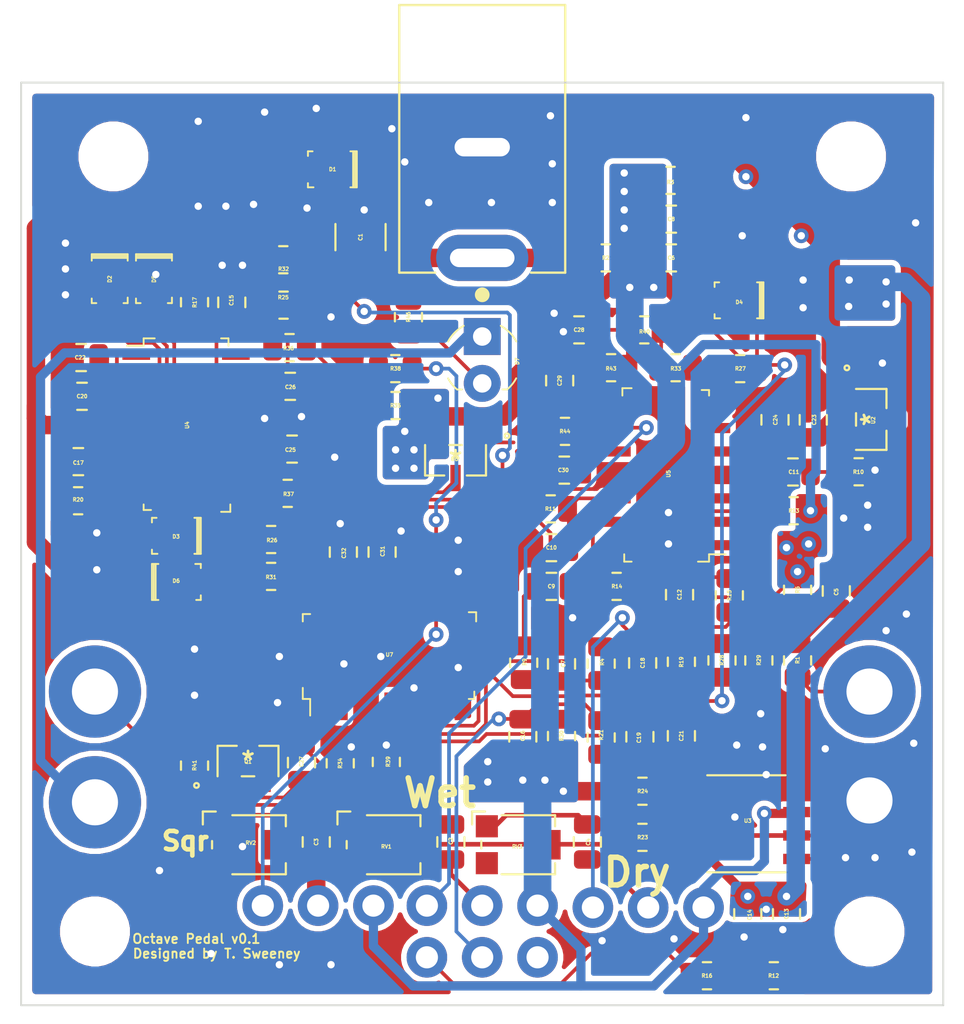
<source format=kicad_pcb>
(kicad_pcb (version 20171130) (host pcbnew "(5.1.8)-1")
  (layers (0 F.Cu signal) (31 B.Cu signal) (34 B.Paste user) (35 F.Paste user) (36 B.SilkS user) (37 F.SilkS user) (38 B.Mask user) (39 F.Mask user) (44 Edge.Cuts user))
  (net 0 "")
  (net 1 VDD)
  (net 2 GND)
  (net 3 "Net-(C2-Pad2)")
  (net 4 /Wet)
  (net 5 "Net-(C3-Pad2)")
  (net 6 /Sqr)
  (net 7 "Net-(C4-Pad2)")
  (net 8 /Dry)
  (net 9 "Net-(C5-Pad2)")
  (net 10 "Net-(C5-Pad1)")
  (net 11 VDD2)
  (net 12 "Net-(C7-Pad2)")
  (net 13 /IN-4)
  (net 14 "Net-(C9-Pad1)")
  (net 15 /IN+4)
  (net 16 "Net-(C11-Pad2)")
  (net 17 /IN+1)
  (net 18 "Net-(C12-Pad2)")
  (net 19 "Net-(C15-Pad2)")
  (net 20 "Net-(C16-Pad2)")
  (net 21 "Net-(C17-Pad2)")
  (net 22 "Net-(C17-Pad1)")
  (net 23 /OUT1)
  (net 24 "Net-(C18-Pad1)")
  (net 25 "Net-(C19-Pad2)")
  (net 26 "Net-(C21-Pad2)")
  (net 27 "Net-(C25-Pad2)")
  (net 28 "Net-(C26-Pad2)")
  (net 29 "Net-(C27-Pad2)")
  (net 30 "Net-(C27-Pad1)")
  (net 31 "Net-(C28-Pad2)")
  (net 32 /IN-3)
  (net 33 "Net-(C29-Pad1)")
  (net 34 /IN+3)
  (net 35 "Net-(D2-Pad1)")
  (net 36 "Net-(D2-Pad2)")
  (net 37 "Net-(D3-Pad1)")
  (net 38 "Net-(D3-Pad2)")
  (net 39 "Net-(D5-Pad1)")
  (net 40 "Net-(D6-Pad2)")
  (net 41 "Net-(D7-Pad1)")
  (net 42 "Net-(D7-Pad2)")
  (net 43 "Net-(R12-Pad2)")
  (net 44 /OUT4)
  (net 45 /IN-1)
  (net 46 "Net-(R16-Pad2)")
  (net 47 "Net-(R18-Pad3)")
  (net 48 "Net-(R21-Pad2)")
  (net 49 "Net-(R23-Pad1)")
  (net 50 /IN-2)
  (net 51 /IN+2)
  (net 52 /OUT2)
  (net 53 "Net-(R35-Pad1)")
  (net 54 "Net-(R36-Pad2)")
  (net 55 "Net-(R36-Pad1)")
  (net 56 "Net-(R37-Pad2)")
  (net 57 "Net-(R37-Pad1)")
  (net 58 "Net-(R38-Pad2)")
  (net 59 "Net-(U7-Pad1)")
  (net 60 "Net-(U7-Pad2)")
  (net 61 "Net-(U7-Pad13)")
  (net 62 /Audio_In)
  (net 63 /Audio_Out)
  (net 64 MIX_OUT)
  (net 65 "Net-(RV1-Pad3)")
  (net 66 "Net-(RV2-Pad3)")
  (net 67 "Net-(RV3-Pad3)")
  (module Potentiometer_SMD:Potentiometer_Bourns_TC33X_Vertical (layer F.Cu) (at 127.05 91.3)
    (fp_text reference RV3 (at -0.15 0.1) (layer F.SilkS) (effects (font (size 0.2 0.2) (thickness 0.05))))
    (fp_text value 100k)
    (pad 2 smd rect (at 1.45 0) (size 1.5 1.6) (layers F.Cu F.Paste F.Mask) (net 43 "Net-(R12-Pad2)"))
    (pad 3 smd rect (at -1.8 1) (size 1.2 1.2) (layers F.Cu F.Paste F.Mask) (net 67 "Net-(RV3-Pad3)"))
    (pad 1 smd rect (at -1.8 -1) (size 1.2 1.2) (layers F.Cu F.Paste F.Mask) (net 7 "Net-(C4-Pad2)"))
  )
  (module Potentiometer_SMD:Potentiometer_Bourns_TC33X_Vertical (layer F.Cu) (at 112.45 91.3)
    (fp_text reference RV2 (at 0 -0.1) (layer F.SilkS) (effects (font (size 0.2 0.2) (thickness 0.05))))
    (fp_text value 500k)
    (pad 2 smd rect (at 1.45 0) (size 1.5 1.6) (layers F.Cu F.Paste F.Mask) (net 43 "Net-(R12-Pad2)"))
    (pad 3 smd rect (at -1.8 1) (size 1.2 1.2) (layers F.Cu F.Paste F.Mask) (net 66 "Net-(RV2-Pad3)"))
    (pad 1 smd rect (at -1.8 -1) (size 1.2 1.2) (layers F.Cu F.Paste F.Mask) (net 5 "Net-(C3-Pad2)"))
  )
  (module Potentiometer_SMD:Potentiometer_Bourns_TC33X_Vertical (layer F.Cu) (at 119.75 91.3)
    (fp_text reference RV1 (at 0.05 0.1) (layer F.SilkS) (effects (font (size 0.2 0.2) (thickness 0.05))))
    (fp_text value 50k)
    (pad 2 smd rect (at 1.45 0) (size 1.5 1.6) (layers F.Cu F.Paste F.Mask) (net 43 "Net-(R12-Pad2)"))
    (pad 3 smd rect (at -1.8 1) (size 1.2 1.2) (layers F.Cu F.Paste F.Mask) (net 65 "Net-(RV1-Pad3)"))
    (pad 1 smd rect (at -1.8 -1) (size 1.2 1.2) (layers F.Cu F.Paste F.Mask) (net 3 "Net-(C2-Pad2)"))
  )
  (module Capacitor_SMD:C_1210_3225Metric (layer F.Cu) (at 118.4 58.375 270)
    (fp_text reference C1 (at 0 0 90) (layer F.SilkS) (effects (font (size 0.2 0.2) (thickness 0.05))))
    (fp_text value 100u)
    (pad 2 smd roundrect (at 1.475 0 270) (size 1.15 2.7) (layers F.Cu F.Paste F.Mask) (roundrect_rratio 0.2173904347826087) (net 1 VDD))
    (pad 1 smd roundrect (at -1.475 0 270) (size 1.15 2.7) (layers F.Cu F.Paste F.Mask) (roundrect_rratio 0.2173904347826087) (net 2 GND))
  )
  (module oc2Clone:LM258DT (layer F.Cu) (at 139.32415 90.165 180)
    (fp_text reference U3 (at -0.07585 0.165) (layer F.SilkS) (effects (font (size 0.2 0.2) (thickness 0.05))))
    (fp_text value LM258DT hide)
    (pad 8 smd rect (at 2.72415 -1.905 180) (size 1.4605 0.5588) (layers F.Cu F.Paste F.Mask) (net 1 VDD))
    (pad 7 smd rect (at 2.72415 -0.635 180) (size 1.4605 0.5588) (layers F.Cu F.Paste F.Mask) (net 25 "Net-(C19-Pad2)"))
    (pad 6 smd rect (at 2.72415 0.635 180) (size 1.4605 0.5588) (layers F.Cu F.Paste F.Mask) (net 49 "Net-(R23-Pad1)"))
    (pad 5 smd rect (at 2.72415 1.905 180) (size 1.4605 0.5588) (layers F.Cu F.Paste F.Mask) (net 48 "Net-(R21-Pad2)"))
    (pad 4 smd rect (at -2.72415 1.905 180) (size 1.4605 0.5588) (layers F.Cu F.Paste F.Mask) (net 2 GND))
    (pad 3 smd rect (at -2.72415 0.635 180) (size 1.4605 0.5588) (layers F.Cu F.Paste F.Mask) (net 11 VDD2))
    (pad 2 smd rect (at -2.72415 -0.635 180) (size 1.4605 0.5588) (layers F.Cu F.Paste F.Mask) (net 43 "Net-(R12-Pad2)"))
    (pad 1 smd rect (at -2.72415 -1.905 180) (size 1.4605 0.5588) (layers F.Cu F.Paste F.Mask) (net 64 MIX_OUT))
  )
  (module oc2Clone:SOT-23 (layer F.Cu) (at 146.0952 68.2525 270)
    (fp_text reference U2 (at 0.0475 -0.1048 90) (layer F.SilkS) (effects (font (size 0.2 0.2) (thickness 0.05))))
    (fp_text value MMBFJ112 hide)
    (fp_text user * (at 0 0 90) (layer F.SilkS))
    (pad 1 smd rect (at -0.9525 0.9652 270) (size 0.5588 1.4224) (layers F.Cu F.Paste F.Mask) (net 1 VDD))
    (pad 2 smd rect (at 0.9525 0.9652 270) (size 0.5588 1.4224) (layers F.Cu F.Paste F.Mask) (net 16 "Net-(C11-Pad2)"))
    (pad 3 smd rect (at 0 -0.9652 270) (size 0.5588 1.4224) (layers F.Cu F.Paste F.Mask) (net 10 "Net-(C5-Pad1)"))
  )
  (module oc2Clone:SOT-23 (layer F.Cu) (at 123.5525 70.4652 180)
    (fp_text reference U6 (at 0.0525 0.0652) (layer F.SilkS) (effects (font (size 0.2 0.2) (thickness 0.05))))
    (fp_text value MMBFJ112 hide)
    (fp_text user * (at 0 0) (layer F.SilkS))
    (pad 1 smd rect (at -0.9525 0.9652 180) (size 0.5588 1.4224) (layers F.Cu F.Paste F.Mask) (net 51 /IN+2))
    (pad 2 smd rect (at 0.9525 0.9652 180) (size 0.5588 1.4224) (layers F.Cu F.Paste F.Mask) (net 11 VDD2))
    (pad 3 smd rect (at 0 -0.9652 180) (size 0.5588 1.4224) (layers F.Cu F.Paste F.Mask) (net 53 "Net-(R35-Pad1)"))
  )
  (module oc2Clone:SOT-23 (layer F.Cu) (at 112.3 86.7652)
    (fp_text reference Q1 (at 0 0.0348) (layer F.SilkS) (effects (font (size 0.2 0.2) (thickness 0.05))))
    (fp_text value S9013 hide)
    (fp_text user * (at 0 0) (layer F.SilkS))
    (pad 1 smd rect (at -0.9525 0.9652) (size 0.5588 1.4224) (layers F.Cu F.Paste F.Mask) (net 26 "Net-(C21-Pad2)"))
    (pad 2 smd rect (at 0.9525 0.9652) (size 0.5588 1.4224) (layers F.Cu F.Paste F.Mask) (net 30 "Net-(C27-Pad1)"))
    (pad 3 smd rect (at 0 -0.9652) (size 0.5588 1.4224) (layers F.Cu F.Paste F.Mask) (net 1 VDD))
  )
  (module oc2Clone:SOIC-14_W3.9mm (layer F.Cu) (at 119.97 81.1)
    (fp_text reference U7 (at 0 -0.1) (layer F.SilkS) (effects (font (size 0.2 0.2) (thickness 0.05))))
    (fp_text value MC14013BDR2G)
    (pad 1 smd rect (at -3.81 2.7) (size 0.55 1.5) (layers F.Cu F.Paste F.Mask) (net 59 "Net-(U7-Pad1)"))
    (pad 2 smd rect (at -2.54 2.7) (size 0.55 1.5) (layers F.Cu F.Paste F.Mask) (net 60 "Net-(U7-Pad2)"))
    (pad 3 smd rect (at -1.27 2.7) (size 0.55 1.5) (layers F.Cu F.Paste F.Mask) (net 2 GND))
    (pad 4 smd rect (at 0 2.7) (size 0.55 1.5) (layers F.Cu F.Paste F.Mask) (net 54 "Net-(R36-Pad2)"))
    (pad 5 smd rect (at 1.27 2.7) (size 0.55 1.5) (layers F.Cu F.Paste F.Mask) (net 2 GND))
    (pad 6 smd rect (at 2.54 2.7) (size 0.55 1.5) (layers F.Cu F.Paste F.Mask) (net 56 "Net-(R37-Pad2)"))
    (pad 7 smd rect (at 3.81 2.7) (size 0.55 1.5) (layers F.Cu F.Paste F.Mask) (net 2 GND))
    (pad 8 smd rect (at 3.81 -2.7) (size 0.55 1.5) (layers F.Cu F.Paste F.Mask) (net 2 GND))
    (pad 9 smd rect (at 2.54 -2.7) (size 0.55 1.5) (layers F.Cu F.Paste F.Mask) (net 58 "Net-(R38-Pad2)"))
    (pad 10 smd rect (at 1.27 -2.7) (size 0.55 1.5) (layers F.Cu F.Paste F.Mask) (net 2 GND))
    (pad 11 smd rect (at 0 -2.7) (size 0.55 1.5) (layers F.Cu F.Paste F.Mask) (net 59 "Net-(U7-Pad1)"))
    (pad 12 smd rect (at -1.27 -2.7) (size 0.55 1.5) (layers F.Cu F.Paste F.Mask) (net 58 "Net-(R38-Pad2)"))
    (pad 13 smd rect (at -2.54 -2.7) (size 0.55 1.5) (layers F.Cu F.Paste F.Mask) (net 61 "Net-(U7-Pad13)"))
    (pad 14 smd rect (at -3.81 -2.7) (size 0.55 1.5) (layers F.Cu F.Paste F.Mask) (net 1 VDD))
  )
  (module oc2Clone:SOIC-14_W3.9mm (layer F.Cu) (at 135 71.26 90)
    (fp_text reference U5 (at 0.06 0.1 90) (layer F.SilkS) (effects (font (size 0.2 0.2) (thickness 0.05))))
    (fp_text value LM224 hide)
    (pad 1 smd rect (at -3.81 2.7 90) (size 0.55 1.5) (layers F.Cu F.Paste F.Mask) (net 23 /OUT1))
    (pad 2 smd rect (at -2.54 2.7 90) (size 0.55 1.5) (layers F.Cu F.Paste F.Mask) (net 45 /IN-1))
    (pad 3 smd rect (at -1.27 2.7 90) (size 0.55 1.5) (layers F.Cu F.Paste F.Mask) (net 17 /IN+1))
    (pad 4 smd rect (at 0 2.7 90) (size 0.55 1.5) (layers F.Cu F.Paste F.Mask) (net 1 VDD))
    (pad 5 smd rect (at 1.27 2.7 90) (size 0.55 1.5) (layers F.Cu F.Paste F.Mask) (net 51 /IN+2))
    (pad 6 smd rect (at 2.54 2.7 90) (size 0.55 1.5) (layers F.Cu F.Paste F.Mask) (net 50 /IN-2))
    (pad 7 smd rect (at 3.81 2.7 90) (size 0.55 1.5) (layers F.Cu F.Paste F.Mask) (net 52 /OUT2))
    (pad 8 smd rect (at 3.81 -2.7 90) (size 0.55 1.5) (layers F.Cu F.Paste F.Mask) (net 32 /IN-3))
    (pad 9 smd rect (at 2.54 -2.7 90) (size 0.55 1.5) (layers F.Cu F.Paste F.Mask) (net 32 /IN-3))
    (pad 10 smd rect (at 1.27 -2.7 90) (size 0.55 1.5) (layers F.Cu F.Paste F.Mask) (net 34 /IN+3))
    (pad 11 smd rect (at 0 -2.7 90) (size 0.55 1.5) (layers F.Cu F.Paste F.Mask) (net 2 GND))
    (pad 12 smd rect (at -1.27 -2.7 90) (size 0.55 1.5) (layers F.Cu F.Paste F.Mask) (net 15 /IN+4))
    (pad 13 smd rect (at -2.54 -2.7 90) (size 0.55 1.5) (layers F.Cu F.Paste F.Mask) (net 13 /IN-4))
    (pad 14 smd rect (at -3.81 -2.7 90) (size 0.55 1.5) (layers F.Cu F.Paste F.Mask) (net 44 /OUT4))
  )
  (module digikey-footprints:LED_3mm_Radial (layer F.Cu) (at 125 66.3 270)
    (fp_text reference D7 (at -1.2 -1.9 90) (layer F.SilkS) (effects (font (size 0.2 0.2) (thickness 0.05))))
    (fp_text value LED)
    (pad 1 thru_hole rect (at -2.54 0 270) (size 2 2) (drill 1) (layers *.Cu *.Mask) (net 41 "Net-(D7-Pad1)"))
    (pad 2 thru_hole circle (at 0 0 270) (size 2 2) (drill 1) (layers *.Cu *.Mask) (net 42 "Net-(D7-Pad2)"))
  )
  (module oc2Clone:Pot_RV16AF_Conn (layer F.Cu) (at 125 94.6)
    (fp_text reference R45 hide)
    (fp_text value 100k hide)
    (pad 3 thru_hole circle (at 3 0) (size 2.2 2.2) (drill 1.2) (layers *.Cu *.Mask) (net 11 VDD2))
    (pad 2 thru_hole circle (at 0 0) (size 2.2 2.2) (drill 1.2) (layers *.Cu *.Mask) (net 4 /Wet))
    (pad 1 thru_hole circle (at -3 0) (size 2.2 2.2) (drill 1.2) (layers *.Cu *.Mask) (net 32 /IN-3))
  )
  (module oc2Clone:Pot_RV16AF_Conn (layer F.Cu) (at 116.1 94.6)
    (fp_text reference R42 hide)
    (fp_text value 100k)
    (pad 3 thru_hole circle (at 3 0) (size 2.2 2.2) (drill 1.2) (layers *.Cu *.Mask) (net 11 VDD2))
    (pad 2 thru_hole circle (at 0 0) (size 2.2 2.2) (drill 1.2) (layers *.Cu *.Mask) (net 6 /Sqr))
    (pad 1 thru_hole circle (at -3 0) (size 2.2 2.2) (drill 1.2) (layers *.Cu *.Mask) (net 58 "Net-(R38-Pad2)"))
  )
  (module oc2Clone:Pot_RV16AF_Conn (layer F.Cu) (at 134 94.7)
    (fp_text reference R22 hide)
    (fp_text value 100k hide)
    (pad 3 thru_hole circle (at 3 0) (size 2.2 2.2) (drill 1.2) (layers *.Cu *.Mask) (net 11 VDD2))
    (pad 2 thru_hole circle (at 0 0) (size 2.2 2.2) (drill 1.2) (layers *.Cu *.Mask) (net 8 /Dry))
    (pad 1 thru_hole circle (at -3 0) (size 2.2 2.2) (drill 1.2) (layers *.Cu *.Mask) (net 23 /OUT1))
  )
  (module oc2Clone:Pot_RV16AF_Conn (layer F.Cu) (at 125 97.4)
    (fp_text reference R18 hide)
    (fp_text value 100k hide)
    (pad 3 thru_hole circle (at 3 0) (size 2.2 2.2) (drill 1.2) (layers *.Cu *.Mask) (net 47 "Net-(R18-Pad3)"))
    (pad 2 thru_hole circle (at 0 0) (size 2.2 2.2) (drill 1.2) (layers *.Cu *.Mask) (net 20 "Net-(C16-Pad2)"))
    (pad 1 thru_hole circle (at -3 0) (size 2.2 2.2) (drill 1.2) (layers *.Cu *.Mask) (net 46 "Net-(R16-Pad2)"))
  )
  (module oc2Clone:C_0805_2012Metric (layer F.Cu) (at 117.47 75.44 270)
    (fp_text reference C32 (at 0.06 -0.03 90) (layer F.SilkS) (effects (font (size 0.2 0.2) (thickness 0.05))))
    (fp_text value 10n)
    (pad 2 smd roundrect (at 0.95 0 270) (size 1 1.45) (layers F.Cu F.Paste F.Mask) (net 1 VDD))
    (pad 1 smd roundrect (at -0.95 0 270) (size 1 1.45) (layers F.Cu F.Paste F.Mask) (net 2 GND))
  )
  (module oc2Clone:C_0805_2012Metric (layer F.Cu) (at 119.57 75.44 270)
    (fp_text reference C31 (at -0.04 -0.03 90) (layer F.SilkS) (effects (font (size 0.2 0.2) (thickness 0.05))))
    (fp_text value 10u)
    (pad 2 smd roundrect (at 0.95 0 270) (size 1 1.45) (layers F.Cu F.Paste F.Mask) (net 1 VDD))
    (pad 1 smd roundrect (at -0.95 0 270) (size 1 1.45) (layers F.Cu F.Paste F.Mask) (net 2 GND))
  )
  (module oc2Clone:R_0805_2012Metric (layer F.Cu) (at 137.1875 98.4 180)
    (fp_text reference R16 (at 0 0) (layer F.SilkS) (effects (font (size 0.2 0.2) (thickness 0.05))))
    (fp_text value 4.7k)
    (pad 2 smd roundrect (at 0.9125 0 180) (size 1.025 1.4) (layers F.Cu F.Paste F.Mask) (roundrect_rratio 0.2439004878048781) (net 46 "Net-(R16-Pad2)"))
    (pad 1 smd roundrect (at -0.9125 0 180) (size 1.025 1.4) (layers F.Cu F.Paste F.Mask) (roundrect_rratio 0.2439004878048781) (net 64 MIX_OUT))
  )
  (module oc2Clone:C_0805_2012Metric (layer F.Cu) (at 123.3 91.15 90)
    (fp_text reference C2 (at 0.05 0 90) (layer F.SilkS) (effects (font (size 0.2 0.2) (thickness 0.05))))
    (fp_text value 0.1u)
    (pad 2 smd roundrect (at 0.95 0 90) (size 1 1.45) (layers F.Cu F.Paste F.Mask) (net 3 "Net-(C2-Pad2)"))
    (pad 1 smd roundrect (at -0.95 0 90) (size 1 1.45) (layers F.Cu F.Paste F.Mask) (net 4 /Wet))
  )
  (module oc2Clone:C_0805_2012Metric (layer F.Cu) (at 130.7 91.15 90)
    (fp_text reference C4 (at 0 0.05 90) (layer F.SilkS) (effects (font (size 0.2 0.2) (thickness 0.05))))
    (fp_text value 0.1u)
    (pad 2 smd roundrect (at 0.95 0 90) (size 1 1.45) (layers F.Cu F.Paste F.Mask) (net 7 "Net-(C4-Pad2)"))
    (pad 1 smd roundrect (at -0.95 0 90) (size 1 1.45) (layers F.Cu F.Paste F.Mask) (net 8 /Dry))
  )
  (module oc2Clone:C_0805_2012Metric (layer F.Cu) (at 128.75 75.2)
    (fp_text reference C10 (at 0 0) (layer F.SilkS) (effects (font (size 0.2 0.2) (thickness 0.05))))
    (fp_text value 220p)
    (pad 2 smd roundrect (at 0.95 0) (size 1 1.45) (layers F.Cu F.Paste F.Mask) (net 15 /IN+4))
    (pad 1 smd roundrect (at -0.95 0) (size 1 1.45) (layers F.Cu F.Paste F.Mask) (net 2 GND))
  )
  (module oc2Clone:C_0805_2012Metric (layer F.Cu) (at 116 91.15 90)
    (fp_text reference C3 (at 0 0 90) (layer F.SilkS) (effects (font (size 0.2 0.2) (thickness 0.05))))
    (fp_text value 0.1u)
    (pad 2 smd roundrect (at 0.95 0 90) (size 1 1.45) (layers F.Cu F.Paste F.Mask) (net 5 "Net-(C3-Pad2)"))
    (pad 1 smd roundrect (at -0.95 0 90) (size 1 1.45) (layers F.Cu F.Paste F.Mask) (net 6 /Sqr))
  )
  (module oc2Clone:C_0805_2012Metric (layer F.Cu) (at 144.2 77.55 270)
    (fp_text reference C5 (at 0.05 0 90) (layer F.SilkS) (effects (font (size 0.2 0.2) (thickness 0.05))))
    (fp_text value 0.047u hide)
    (pad 2 smd roundrect (at 0.95 0 270) (size 1 1.45) (layers F.Cu F.Paste F.Mask) (net 9 "Net-(C5-Pad2)"))
    (pad 1 smd roundrect (at -0.95 0 270) (size 1 1.45) (layers F.Cu F.Paste F.Mask) (net 10 "Net-(C5-Pad1)"))
  )
  (module oc2Clone:C_0805_2012Metric (layer F.Cu) (at 135.25 59.5 180)
    (fp_text reference C6 (at 0 0) (layer F.SilkS) (effects (font (size 0.2 0.2) (thickness 0.05))))
    (fp_text value 10u)
    (pad 2 smd roundrect (at 0.95 0 180) (size 1 1.45) (layers F.Cu F.Paste F.Mask) (net 11 VDD2))
    (pad 1 smd roundrect (at -0.95 0 180) (size 1 1.45) (layers F.Cu F.Paste F.Mask) (net 2 GND))
  )
  (module oc2Clone:C_0805_2012Metric (layer F.Cu) (at 129.3 81.5 270)
    (fp_text reference C7 (at 0 -0.1 90) (layer F.SilkS) (effects (font (size 0.2 0.2) (thickness 0.05))))
    (fp_text value 0.1u)
    (pad 2 smd roundrect (at 0.95 0 270) (size 1 1.45) (layers F.Cu F.Paste F.Mask) (net 12 "Net-(C7-Pad2)"))
    (pad 1 smd roundrect (at -0.95 0 270) (size 1 1.45) (layers F.Cu F.Paste F.Mask) (net 2 GND))
  )
  (module oc2Clone:C_0805_2012Metric (layer F.Cu) (at 135.25 57.4 180)
    (fp_text reference C8 (at 0 0) (layer F.SilkS) (effects (font (size 0.2 0.2) (thickness 0.05))))
    (fp_text value 100n)
    (pad 2 smd roundrect (at 0.95 0 180) (size 1 1.45) (layers F.Cu F.Paste F.Mask) (net 11 VDD2))
    (pad 1 smd roundrect (at -0.95 0 180) (size 1 1.45) (layers F.Cu F.Paste F.Mask) (net 2 GND))
  )
  (module oc2Clone:C_0805_2012Metric (layer F.Cu) (at 128.75 77.3)
    (fp_text reference C9 (at 0 0) (layer F.SilkS) (effects (font (size 0.2 0.2) (thickness 0.05))))
    (fp_text value 2.2n)
    (pad 2 smd roundrect (at 0.95 0) (size 1 1.45) (layers F.Cu F.Paste F.Mask) (net 13 /IN-4))
    (pad 1 smd roundrect (at -0.95 0) (size 1 1.45) (layers F.Cu F.Paste F.Mask) (net 14 "Net-(C9-Pad1)"))
  )
  (module oc2Clone:C_0805_2012Metric (layer F.Cu) (at 141.5 95.05 90)
    (fp_text reference C13 (at 0 0 90) (layer F.SilkS) (effects (font (size 0.2 0.2) (thickness 0.05))))
    (fp_text value 10u)
    (pad 2 smd roundrect (at 0.95 0 90) (size 1 1.45) (layers F.Cu F.Paste F.Mask) (net 1 VDD))
    (pad 1 smd roundrect (at -0.95 0 90) (size 1 1.45) (layers F.Cu F.Paste F.Mask) (net 2 GND))
  )
  (module oc2Clone:C_0805_2012Metric (layer F.Cu) (at 139.4 95.05 90)
    (fp_text reference C14 (at -0.05 0.1 90) (layer F.SilkS) (effects (font (size 0.2 0.2) (thickness 0.05))))
    (fp_text value 10n)
    (pad 2 smd roundrect (at 0.95 0 90) (size 1 1.45) (layers F.Cu F.Paste F.Mask) (net 1 VDD))
    (pad 1 smd roundrect (at -0.95 0 90) (size 1 1.45) (layers F.Cu F.Paste F.Mask) (net 2 GND))
  )
  (module oc2Clone:C_0805_2012Metric (layer F.Cu) (at 111.42 61.91 270)
    (fp_text reference C15 (at -0.11 0.02 90) (layer F.SilkS) (effects (font (size 0.2 0.2) (thickness 0.05))))
    (fp_text value 330p)
    (pad 2 smd roundrect (at 0.95 0 270) (size 1 1.45) (layers F.Cu F.Paste F.Mask) (net 19 "Net-(C15-Pad2)"))
    (pad 1 smd roundrect (at -0.95 0 270) (size 1 1.45) (layers F.Cu F.Paste F.Mask) (net 2 GND))
  )
  (module oc2Clone:C_0805_2012Metric (layer F.Cu) (at 103.1 70.54)
    (fp_text reference C17 (at 0 0.06) (layer F.SilkS) (effects (font (size 0.2 0.2) (thickness 0.05))))
    (fp_text value 20n)
    (pad 2 smd roundrect (at 0.95 0) (size 1 1.45) (layers F.Cu F.Paste F.Mask) (net 21 "Net-(C17-Pad2)"))
    (pad 1 smd roundrect (at -0.95 0) (size 1 1.45) (layers F.Cu F.Paste F.Mask) (net 22 "Net-(C17-Pad1)"))
  )
  (module oc2Clone:C_0805_2012Metric (layer F.Cu) (at 133.7 81.45 90)
    (fp_text reference C18 (at 0 0 90) (layer F.SilkS) (effects (font (size 0.2 0.2) (thickness 0.05))))
    (fp_text value 1u)
    (pad 2 smd roundrect (at 0.95 0 90) (size 1 1.45) (layers F.Cu F.Paste F.Mask) (net 23 /OUT1))
    (pad 1 smd roundrect (at -0.95 0 90) (size 1 1.45) (layers F.Cu F.Paste F.Mask) (net 24 "Net-(C18-Pad1)"))
  )
  (module oc2Clone:C_0805_2012Metric (layer F.Cu) (at 133.55 85.45 270)
    (fp_text reference C19 (at 0.05 0.05 90) (layer F.SilkS) (effects (font (size 0.2 0.2) (thickness 0.05))))
    (fp_text value 11n hide)
    (pad 2 smd roundrect (at 0.95 0 270) (size 1 1.45) (layers F.Cu F.Paste F.Mask) (net 25 "Net-(C19-Pad2)"))
    (pad 1 smd roundrect (at -0.95 0 270) (size 1 1.45) (layers F.Cu F.Paste F.Mask) (net 20 "Net-(C16-Pad2)"))
  )
  (module oc2Clone:C_0805_2012Metric (layer F.Cu) (at 141.85 71.1)
    (fp_text reference C11 (at 0.05 0) (layer F.SilkS) (effects (font (size 0.2 0.2) (thickness 0.05))))
    (fp_text value 1u hide)
    (pad 2 smd roundrect (at 0.95 0) (size 1 1.45) (layers F.Cu F.Paste F.Mask) (net 16 "Net-(C11-Pad2)"))
    (pad 1 smd roundrect (at -0.95 0) (size 1 1.45) (layers F.Cu F.Paste F.Mask) (net 17 /IN+1))
  )
  (module oc2Clone:C_0805_2012Metric (layer F.Cu) (at 103.3 67)
    (fp_text reference C20 (at 0 0) (layer F.SilkS) (effects (font (size 0.2 0.2) (thickness 0.05))))
    (fp_text value 10u)
    (pad 2 smd roundrect (at 0.95 0) (size 1 1.45) (layers F.Cu F.Paste F.Mask) (net 1 VDD))
    (pad 1 smd roundrect (at -0.95 0) (size 1 1.45) (layers F.Cu F.Paste F.Mask) (net 2 GND))
  )
  (module oc2Clone:C_0805_2012Metric (layer F.Cu) (at 103.25 64.9)
    (fp_text reference C22 (at -0.05 0) (layer F.SilkS) (effects (font (size 0.2 0.2) (thickness 0.05))))
    (fp_text value 10n)
    (pad 2 smd roundrect (at 0.95 0) (size 1 1.45) (layers F.Cu F.Paste F.Mask) (net 1 VDD))
    (pad 1 smd roundrect (at -0.95 0) (size 1 1.45) (layers F.Cu F.Paste F.Mask) (net 2 GND))
  )
  (module oc2Clone:C_0805_2012Metric (layer F.Cu) (at 127.2 85.45 90)
    (fp_text reference C16 (at 0.05 0 90) (layer F.SilkS) (effects (font (size 0.2 0.2) (thickness 0.05))))
    (fp_text value 1.1n hide)
    (pad 2 smd roundrect (at 0.95 0 90) (size 1 1.45) (layers F.Cu F.Paste F.Mask) (net 20 "Net-(C16-Pad2)"))
    (pad 1 smd roundrect (at -0.95 0 90) (size 1 1.45) (layers F.Cu F.Paste F.Mask) (net 11 VDD2))
  )
  (module oc2Clone:C_0805_2012Metric (layer F.Cu) (at 135.8 85.4 90)
    (fp_text reference C21 (at 0 0 90) (layer F.SilkS) (effects (font (size 0.2 0.2) (thickness 0.05))))
    (fp_text value 47n)
    (pad 2 smd roundrect (at 0.95 0 90) (size 1 1.45) (layers F.Cu F.Paste F.Mask) (net 26 "Net-(C21-Pad2)"))
    (pad 1 smd roundrect (at -0.95 0 90) (size 1 1.45) (layers F.Cu F.Paste F.Mask) (net 25 "Net-(C19-Pad2)"))
  )
  (module oc2Clone:C_0805_2012Metric (layer F.Cu) (at 135.7 77.75 90)
    (fp_text reference C12 (at 0 0 90) (layer F.SilkS) (effects (font (size 0.2 0.2) (thickness 0.05))))
    (fp_text value 1u hide)
    (pad 2 smd roundrect (at 0.95 0 90) (size 1 1.45) (layers F.Cu F.Paste F.Mask) (net 18 "Net-(C12-Pad2)"))
    (pad 1 smd roundrect (at -0.95 0 90) (size 1 1.45) (layers F.Cu F.Paste F.Mask) (net 2 GND))
  )
  (module oc2Clone:R_0805_2012Metric (layer F.Cu) (at 127.25 81.4375 90)
    (fp_text reference R9 (at 0.0375 0.05 90) (layer F.SilkS) (effects (font (size 0.2 0.2) (thickness 0.05))))
    (fp_text value 330k)
    (pad 2 smd roundrect (at 0.9125 0 90) (size 1.025 1.4) (layers F.Cu F.Paste F.Mask) (roundrect_rratio 0.2439004878048781) (net 14 "Net-(C9-Pad1)"))
    (pad 1 smd roundrect (at -0.9125 0 90) (size 1.025 1.4) (layers F.Cu F.Paste F.Mask) (roundrect_rratio 0.2439004878048781) (net 12 "Net-(C7-Pad2)"))
  )
  (module oc2Clone:R_0805_2012Metric (layer F.Cu) (at 128.7125 73.1)
    (fp_text reference R11 (at -0.0125 0) (layer F.SilkS) (effects (font (size 0.2 0.2) (thickness 0.05))))
    (fp_text value 330k)
    (pad 2 smd roundrect (at 0.9125 0) (size 1.025 1.4) (layers F.Cu F.Paste F.Mask) (roundrect_rratio 0.2439004878048781) (net 15 /IN+4))
    (pad 1 smd roundrect (at -0.9125 0) (size 1.025 1.4) (layers F.Cu F.Paste F.Mask) (roundrect_rratio 0.2439004878048781) (net 14 "Net-(C9-Pad1)"))
  )
  (module oc2Clone:C_0805_2012Metric (layer F.Cu) (at 130.25 63.4)
    (fp_text reference C28 (at 0 0) (layer F.SilkS) (effects (font (size 0.2 0.2) (thickness 0.05))))
    (fp_text value 22n)
    (pad 2 smd roundrect (at 0.95 0) (size 1 1.45) (layers F.Cu F.Paste F.Mask) (net 31 "Net-(C28-Pad2)"))
    (pad 1 smd roundrect (at -0.95 0) (size 1 1.45) (layers F.Cu F.Paste F.Mask) (net 2 GND))
  )
  (module oc2Clone:SOD-123 (layer F.Cu) (at 108.415 74.56 180)
    (fp_text reference D3 (at 0.015 -0.04) (layer F.SilkS) (effects (font (size 0.2 0.2) (thickness 0.05))))
    (fp_text value 1n4148W)
    (pad 1 smd rect (at -1.575 0 180) (size 0.9 0.95) (layers F.Cu F.Paste F.Mask) (net 37 "Net-(D3-Pad1)"))
    (pad 2 smd rect (at 1.575 0 180) (size 0.9 0.95) (layers F.Cu F.Paste F.Mask) (net 38 "Net-(D3-Pad2)"))
  )
  (module oc2Clone:C_0805_2012Metric (layer F.Cu) (at 129.45 71)
    (fp_text reference C30 (at -0.05 0) (layer F.SilkS) (effects (font (size 0.2 0.2) (thickness 0.05))))
    (fp_text value 470p)
    (pad 2 smd roundrect (at 0.95 0) (size 1 1.45) (layers F.Cu F.Paste F.Mask) (net 34 /IN+3))
    (pad 1 smd roundrect (at -0.95 0) (size 1 1.45) (layers F.Cu F.Paste F.Mask) (net 2 GND))
  )
  (module oc2Clone:R_0805_2012Metric (layer F.Cu) (at 141.8875 73.2 180)
    (fp_text reference R13 (at -0.0125 0) (layer F.SilkS) (effects (font (size 0.2 0.2) (thickness 0.05))))
    (fp_text value 1M)
    (pad 2 smd roundrect (at 0.9125 0 180) (size 1.025 1.4) (layers F.Cu F.Paste F.Mask) (roundrect_rratio 0.2439004878048781) (net 17 /IN+1))
    (pad 1 smd roundrect (at -0.9125 0 180) (size 1.025 1.4) (layers F.Cu F.Paste F.Mask) (roundrect_rratio 0.2439004878048781) (net 11 VDD2))
  )
  (module oc2Clone:C_0805_2012Metric (layer F.Cu) (at 142.95 68.275 270)
    (fp_text reference C23 (at 0 -0.05 90) (layer F.SilkS) (effects (font (size 0.2 0.2) (thickness 0.05))))
    (fp_text value 10u hide)
    (pad 2 smd roundrect (at 0.95 0 270) (size 1 1.45) (layers F.Cu F.Paste F.Mask) (net 1 VDD))
    (pad 1 smd roundrect (at -0.95 0 270) (size 1 1.45) (layers F.Cu F.Paste F.Mask) (net 2 GND))
  )
  (module oc2Clone:SOD-123 (layer F.Cu) (at 116.875 54.7 180)
    (fp_text reference D1 (at -0.01 0) (layer F.SilkS) (effects (font (size 0.2 0.2) (thickness 0.05))))
    (fp_text value 1n4148W)
    (pad 1 smd rect (at -1.575 0 180) (size 0.9 0.95) (layers F.Cu F.Paste F.Mask) (net 1 VDD))
    (pad 2 smd rect (at 1.575 0 180) (size 0.9 0.95) (layers F.Cu F.Paste F.Mask) (net 2 GND))
  )
  (module MountingHole:MountingHole_2.5mm_Pad (layer F.Cu) (at 146 83)
    (fp_text reference H4 hide)
    (fp_text value SWA1 hide)
    (pad 1 thru_hole circle (at 0 0) (size 5 5) (drill 2.5) (layers *.Cu *.Mask) (net 62 /Audio_In))
  )
  (module MountingHole:MountingHole_2.5mm_Pad (layer F.Cu) (at 104 83)
    (fp_text reference H7 hide)
    (fp_text value SWC1 hide)
    (pad 1 thru_hole circle (at 0 0) (size 5 5) (drill 2.5) (layers *.Cu *.Mask) (net 63 /Audio_Out))
  )
  (module oc2Clone:C_0805_2012Metric (layer F.Cu) (at 114.69 69.86 180)
    (fp_text reference C25 (at 0.09 -0.04) (layer F.SilkS) (effects (font (size 0.2 0.2) (thickness 0.05))))
    (fp_text value 1u)
    (pad 2 smd roundrect (at 0.95 0 180) (size 1 1.45) (layers F.Cu F.Paste F.Mask) (net 27 "Net-(C25-Pad2)"))
    (pad 1 smd roundrect (at -0.95 0 180) (size 1 1.45) (layers F.Cu F.Paste F.Mask) (net 2 GND))
  )
  (module oc2Clone:SOD-123 (layer F.Cu) (at 104.8 60.625 270)
    (fp_text reference D2 (at 0.025 0 90) (layer F.SilkS) (effects (font (size 0.2 0.2) (thickness 0.05))))
    (fp_text value 1n4148W)
    (pad 1 smd rect (at -1.575 0 270) (size 0.9 0.95) (layers F.Cu F.Paste F.Mask) (net 35 "Net-(D2-Pad1)"))
    (pad 2 smd rect (at 1.575 0 270) (size 0.9 0.95) (layers F.Cu F.Paste F.Mask) (net 36 "Net-(D2-Pad2)"))
  )
  (module oc2Clone:SOD-123 (layer F.Cu) (at 138.925 61.8 180)
    (fp_text reference D4 (at -0.01 -0.1) (layer F.SilkS) (effects (font (size 0.2 0.2) (thickness 0.05))))
    (fp_text value 1n4148W hide)
    (pad 1 smd rect (at -1.575 0 180) (size 0.9 0.95) (layers F.Cu F.Paste F.Mask) (net 24 "Net-(C18-Pad1)"))
    (pad 2 smd rect (at 1.575 0 180) (size 0.9 0.95) (layers F.Cu F.Paste F.Mask) (net 11 VDD2))
  )
  (module MountingHole:MountingHole_2.5mm_Pad (layer F.Cu) (at 146 88.9)
    (fp_text reference H6 hide)
    (fp_text value SWB2 hide)
    (pad 1 thru_hole circle (at 0 0) (size 5 5) (drill 2.5) (layers *.Cu *.Mask) (net 2 GND))
  )
  (module oc2Clone:MountingHole_3.2mm_M3 (layer F.Cu) (at 104 96)
    (fp_text reference H8 hide)
    (fp_text value MountingHole)
    (pad 1 np_thru_hole circle (at 0 0) (size 3.2 3.2) (drill 3.2) (layers *.Cu *.Mask))
  )
  (module oc2Clone:MountingHole_3.2mm_M3 (layer F.Cu) (at 105 54)
    (fp_text reference H9 hide)
    (fp_text value MountingHole)
    (pad 1 np_thru_hole circle (at 0 0) (size 3.2 3.2) (drill 3.2) (layers *.Cu *.Mask))
  )
  (module oc2Clone:MountingHole_3.2mm_M3 (layer F.Cu) (at 145 54)
    (fp_text reference H12 hide)
    (fp_text value MountingHole)
    (pad 1 np_thru_hole circle (at 0 0) (size 3.2 3.2) (drill 3.2) (layers *.Cu *.Mask))
  )
  (module oc2Clone:C_0805_2012Metric (layer F.Cu) (at 115.2 86.85 270)
    (fp_text reference C27 (at -0.05 0 90) (layer F.SilkS) (effects (font (size 0.2 0.2) (thickness 0.05))))
    (fp_text value 1u)
    (pad 2 smd roundrect (at 0.95 0 270) (size 1 1.45) (layers F.Cu F.Paste F.Mask) (net 29 "Net-(C27-Pad2)"))
    (pad 1 smd roundrect (at -0.95 0 270) (size 1 1.45) (layers F.Cu F.Paste F.Mask) (net 30 "Net-(C27-Pad1)"))
  )
  (module oc2Clone:CUI_PJ-037A (layer F.Cu) (at 125 59.5 90)
    (fp_text reference J1 (at 0 0 90) (layer F.SilkS) (effects (font (size 0.2 0.2) (thickness 0.05))))
    (fp_text value PJ-037A)
    (pad 1 thru_hole oval (at 0 0 90) (size 2.5 5) (drill oval 1 3.5) (layers *.Cu *.Mask) (net 1 VDD))
    (pad 2 thru_hole oval (at 6 0 90) (size 2.25 4.5) (drill oval 1 3) (layers *.Cu *.Mask) (net 2 GND))
  )
  (module oc2Clone:R_0805_2012Metric (layer F.Cu) (at 135.2125 55.3 180)
    (fp_text reference R3 (at 0 -0.1) (layer F.SilkS) (effects (font (size 0.2 0.2) (thickness 0.05))))
    (fp_text value 5.3k)
    (pad 2 smd roundrect (at 0.9125 0 180) (size 1.025 1.4) (layers F.Cu F.Paste F.Mask) (roundrect_rratio 0.2439004878048781) (net 11 VDD2))
    (pad 1 smd roundrect (at -0.9125 0 180) (size 1.025 1.4) (layers F.Cu F.Paste F.Mask) (roundrect_rratio 0.2439004878048781) (net 2 GND))
  )
  (module oc2Clone:R_0805_2012Metric (layer F.Cu) (at 131.45 81.4875 270)
    (fp_text reference R4 (at -0.0875 -0.05 90) (layer F.SilkS) (effects (font (size 0.2 0.2) (thickness 0.05))))
    (fp_text value 22k)
    (pad 2 smd roundrect (at 0.9125 0 270) (size 1.025 1.4) (layers F.Cu F.Paste F.Mask) (roundrect_rratio 0.2439004878048781) (net 12 "Net-(C7-Pad2)"))
    (pad 1 smd roundrect (at -0.9125 0 270) (size 1.025 1.4) (layers F.Cu F.Paste F.Mask) (roundrect_rratio 0.2439004878048781) (net 23 /OUT1))
  )
  (module oc2Clone:R_0805_2012Metric (layer F.Cu) (at 142.1 81.3125 270)
    (fp_text reference R1 (at -0.0125 0 90) (layer F.SilkS) (effects (font (size 0.2 0.2) (thickness 0.05))))
    (fp_text value 10k hide)
    (pad 2 smd roundrect (at 0.9125 0 270) (size 1.025 1.4) (layers F.Cu F.Paste F.Mask) (roundrect_rratio 0.2439004878048781) (net 62 /Audio_In))
    (pad 1 smd roundrect (at -0.9125 0 270) (size 1.025 1.4) (layers F.Cu F.Paste F.Mask) (roundrect_rratio 0.2439004878048781) (net 9 "Net-(C5-Pad2)"))
  )
  (module oc2Clone:MountingHole_3.2mm_M3 (layer F.Cu) (at 146 96)
    (fp_text reference H11 hide)
    (fp_text value MountingHole)
    (pad 1 np_thru_hole circle (at 0 0) (size 3.2 3.2) (drill 3.2) (layers *.Cu *.Mask))
  )
  (module MountingHole:MountingHole_2.5mm_Pad (layer F.Cu) (at 104 89)
    (fp_text reference H5 hide)
    (fp_text value SWB1 hide)
    (pad 1 thru_hole circle (at 0 0) (size 5 5) (drill 2.5) (layers *.Cu *.Mask) (net 41 "Net-(D7-Pad1)"))
  )
  (module oc2Clone:R_0805_2012Metric (layer F.Cu) (at 131.7 59.5 180)
    (fp_text reference R2 (at 0 0) (layer F.SilkS) (effects (font (size 0.2 0.2) (thickness 0.05))))
    (fp_text value 4.7k)
    (pad 2 smd roundrect (at 0.9125 0 180) (size 1.025 1.4) (layers F.Cu F.Paste F.Mask) (roundrect_rratio 0.2439004878048781) (net 1 VDD))
    (pad 1 smd roundrect (at -0.9125 0 180) (size 1.025 1.4) (layers F.Cu F.Paste F.Mask) (roundrect_rratio 0.2439004878048781) (net 11 VDD2))
  )
  (module oc2Clone:C_0805_2012Metric (layer F.Cu) (at 140.875 68.275 270)
    (fp_text reference C24 (at 0 -0.025 90) (layer F.SilkS) (effects (font (size 0.2 0.2) (thickness 0.05))))
    (fp_text value 10n)
    (pad 2 smd roundrect (at 0.95 0 270) (size 1 1.45) (layers F.Cu F.Paste F.Mask) (net 1 VDD))
    (pad 1 smd roundrect (at -0.95 0 270) (size 1 1.45) (layers F.Cu F.Paste F.Mask) (net 2 GND))
  )
  (module oc2Clone:R_0805_2012Metric (layer F.Cu) (at 142.1 77.4875 270)
    (fp_text reference R5 (at 0 0 90) (layer F.SilkS) (effects (font (size 0.2 0.2) (thickness 0.05))))
    (fp_text value 1M hide)
    (pad 2 smd roundrect (at 0.9125 0 270) (size 1.025 1.4) (layers F.Cu F.Paste F.Mask) (roundrect_rratio 0.2439004878048781) (net 10 "Net-(C5-Pad1)"))
    (pad 1 smd roundrect (at -0.9125 0 270) (size 1.025 1.4) (layers F.Cu F.Paste F.Mask) (roundrect_rratio 0.2439004878048781) (net 11 VDD2))
  )
  (module oc2Clone:C_0805_2012Metric (layer F.Cu) (at 114.59 66.46 180)
    (fp_text reference C26 (at -0.01 -0.04) (layer F.SilkS) (effects (font (size 0.2 0.2) (thickness 0.05))))
    (fp_text value 1u)
    (pad 2 smd roundrect (at 0.95 0 180) (size 1 1.45) (layers F.Cu F.Paste F.Mask) (net 28 "Net-(C26-Pad2)"))
    (pad 1 smd roundrect (at -0.95 0 180) (size 1 1.45) (layers F.Cu F.Paste F.Mask) (net 2 GND))
  )
  (module oc2Clone:C_0805_2012Metric (layer F.Cu) (at 129.2 66.15 270)
    (fp_text reference C29 (at 0 0 90) (layer F.SilkS) (effects (font (size 0.2 0.2) (thickness 0.05))))
    (fp_text value 4.7n)
    (pad 2 smd roundrect (at 0.95 0 270) (size 1 1.45) (layers F.Cu F.Paste F.Mask) (net 32 /IN-3))
    (pad 1 smd roundrect (at -0.95 0 270) (size 1 1.45) (layers F.Cu F.Paste F.Mask) (net 33 "Net-(C29-Pad1)"))
  )
  (module oc2Clone:SOD-123 (layer F.Cu) (at 108.415 77.06)
    (fp_text reference D6 (at -0.01 -0.06) (layer F.SilkS) (effects (font (size 0.2 0.2) (thickness 0.05))))
    (fp_text value 1n4148W hide)
    (pad 1 smd rect (at -1.575 0) (size 0.9 0.95) (layers F.Cu F.Paste F.Mask) (net 38 "Net-(D3-Pad2)"))
    (pad 2 smd rect (at 1.575 0) (size 0.9 0.95) (layers F.Cu F.Paste F.Mask) (net 40 "Net-(D6-Pad2)"))
  )
  (module oc2Clone:SOD-123 (layer F.Cu) (at 107.2 60.625 270)
    (fp_text reference D5 (at 0.025 0 90) (layer F.SilkS) (effects (font (size 0.2 0.2) (thickness 0.05))))
    (fp_text value 1n4148W)
    (pad 1 smd rect (at -1.575 0 270) (size 0.9 0.95) (layers F.Cu F.Paste F.Mask) (net 39 "Net-(D5-Pad1)"))
    (pad 2 smd rect (at 1.575 0 270) (size 0.9 0.95) (layers F.Cu F.Paste F.Mask) (net 35 "Net-(D2-Pad1)"))
  )
  (module oc2Clone:R_0805_2012Metric (layer F.Cu) (at 145.4125 71.09 180)
    (fp_text reference R10 (at 0.0125 -0.01) (layer F.SilkS) (effects (font (size 0.2 0.2) (thickness 0.05))))
    (fp_text value 10k hide)
    (pad 2 smd roundrect (at 0.9125 0 180) (size 1.025 1.4) (layers F.Cu F.Paste F.Mask) (roundrect_rratio 0.2439004878048781) (net 16 "Net-(C11-Pad2)"))
    (pad 1 smd roundrect (at -0.9125 0 180) (size 1.025 1.4) (layers F.Cu F.Paste F.Mask) (roundrect_rratio 0.2439004878048781) (net 2 GND))
  )
  (module oc2Clone:R_0805_2012Metric (layer F.Cu) (at 140.8125 98.4)
    (fp_text reference R12 (at -0.0125 0) (layer F.SilkS) (effects (font (size 0.2 0.2) (thickness 0.05))))
    (fp_text value 100k)
    (pad 2 smd roundrect (at 0.9125 0) (size 1.025 1.4) (layers F.Cu F.Paste F.Mask) (roundrect_rratio 0.2439004878048781) (net 43 "Net-(R12-Pad2)"))
    (pad 1 smd roundrect (at -0.9125 0) (size 1.025 1.4) (layers F.Cu F.Paste F.Mask) (roundrect_rratio 0.2439004878048781) (net 64 MIX_OUT))
  )
  (module oc2Clone:R_0805_2012Metric (layer F.Cu) (at 132.2875 77.3 180)
    (fp_text reference R14 (at -0.0125 0) (layer F.SilkS) (effects (font (size 0.2 0.2) (thickness 0.05))))
    (fp_text value 33k)
    (pad 2 smd roundrect (at 0.9125 0 180) (size 1.025 1.4) (layers F.Cu F.Paste F.Mask) (roundrect_rratio 0.2439004878048781) (net 19 "Net-(C15-Pad2)"))
    (pad 1 smd roundrect (at -0.9125 0 180) (size 1.025 1.4) (layers F.Cu F.Paste F.Mask) (roundrect_rratio 0.2439004878048781) (net 44 /OUT4))
  )
  (module oc2Clone:R_0805_2012Metric (layer F.Cu) (at 138.4 77.7875 270)
    (fp_text reference R15 (at 0 0 90) (layer F.SilkS) (effects (font (size 0.2 0.2) (thickness 0.05))))
    (fp_text value 10k hide)
    (pad 2 smd roundrect (at 0.9125 0 270) (size 1.025 1.4) (layers F.Cu F.Paste F.Mask) (roundrect_rratio 0.2439004878048781) (net 45 /IN-1))
    (pad 1 smd roundrect (at -0.9125 0 270) (size 1.025 1.4) (layers F.Cu F.Paste F.Mask) (roundrect_rratio 0.2439004878048781) (net 18 "Net-(C12-Pad2)"))
  )
  (module oc2Clone:R_0805_2012Metric (layer F.Cu) (at 120.3 67.5)
    (fp_text reference R35 (at 0 0) (layer F.SilkS) (effects (font (size 0.2 0.2) (thickness 0.05))))
    (fp_text value 1M)
    (pad 2 smd roundrect (at 0.9125 0) (size 1.025 1.4) (layers F.Cu F.Paste F.Mask) (roundrect_rratio 0.2439004878048781) (net 11 VDD2))
    (pad 1 smd roundrect (at -0.9125 0) (size 1.025 1.4) (layers F.Cu F.Paste F.Mask) (roundrect_rratio 0.2439004878048781) (net 53 "Net-(R35-Pad1)"))
  )
  (module oc2Clone:R_0805_2012Metric (layer F.Cu) (at 138.9875 65.5 180)
    (fp_text reference R27 (at -0.0125 0) (layer F.SilkS) (effects (font (size 0.2 0.2) (thickness 0.05))))
    (fp_text value 47k)
    (pad 2 smd roundrect (at 0.9125 0 180) (size 1.025 1.4) (layers F.Cu F.Paste F.Mask) (roundrect_rratio 0.2439004878048781) (net 50 /IN-2))
    (pad 1 smd roundrect (at -0.9125 0 180) (size 1.025 1.4) (layers F.Cu F.Paste F.Mask) (roundrect_rratio 0.2439004878048781) (net 24 "Net-(C18-Pad1)"))
  )
  (module oc2Clone:R_0805_2012Metric (layer F.Cu) (at 114.5525 64.36)
    (fp_text reference R36 (at -0.0525 0.04) (layer F.SilkS) (effects (font (size 0.2 0.2) (thickness 0.05))))
    (fp_text value 22k)
    (pad 2 smd roundrect (at 0.9125 0) (size 1.025 1.4) (layers F.Cu F.Paste F.Mask) (roundrect_rratio 0.2439004878048781) (net 54 "Net-(R36-Pad2)"))
    (pad 1 smd roundrect (at -0.9125 0) (size 1.025 1.4) (layers F.Cu F.Paste F.Mask) (roundrect_rratio 0.2439004878048781) (net 55 "Net-(R36-Pad1)"))
  )
  (module oc2Clone:R_0805_2012Metric (layer F.Cu) (at 140 81.3125 90)
    (fp_text reference R29 (at 0.0125 0 90) (layer F.SilkS) (effects (font (size 0.2 0.2) (thickness 0.05))))
    (fp_text value 100k)
    (pad 2 smd roundrect (at 0.9125 0 90) (size 1.025 1.4) (layers F.Cu F.Paste F.Mask) (roundrect_rratio 0.2439004878048781) (net 51 /IN+2))
    (pad 1 smd roundrect (at -0.9125 0 90) (size 1.025 1.4) (layers F.Cu F.Paste F.Mask) (roundrect_rratio 0.2439004878048781) (net 11 VDD2))
  )
  (module oc2Clone:R_0805_2012Metric (layer F.Cu) (at 113.5525 74.76 180)
    (fp_text reference R26 (at -0.0475 -0.04) (layer F.SilkS) (effects (font (size 0.2 0.2) (thickness 0.05))))
    (fp_text value 10k)
    (pad 2 smd roundrect (at 0.9125 0 180) (size 1.025 1.4) (layers F.Cu F.Paste F.Mask) (roundrect_rratio 0.2439004878048781) (net 40 "Net-(D6-Pad2)"))
    (pad 1 smd roundrect (at -0.9125 0 180) (size 1.025 1.4) (layers F.Cu F.Paste F.Mask) (roundrect_rratio 0.2439004878048781) (net 37 "Net-(D3-Pad1)"))
  )
  (module oc2Clone:R_0805_2012Metric (layer F.Cu) (at 113.5525 76.76)
    (fp_text reference R31 (at 0 0.04) (layer F.SilkS) (effects (font (size 0.2 0.2) (thickness 0.05))))
    (fp_text value 1k)
    (pad 2 smd roundrect (at 0.9125 0) (size 1.025 1.4) (layers F.Cu F.Paste F.Mask) (roundrect_rratio 0.2439004878048781) (net 27 "Net-(C25-Pad2)"))
    (pad 1 smd roundrect (at -0.9125 0) (size 1.025 1.4) (layers F.Cu F.Paste F.Mask) (roundrect_rratio 0.2439004878048781) (net 40 "Net-(D6-Pad2)"))
  )
  (module oc2Clone:R_0805_2012Metric (layer F.Cu) (at 135.8 81.3875 270)
    (fp_text reference R19 (at 0.0125 0 90) (layer F.SilkS) (effects (font (size 0.2 0.2) (thickness 0.05))))
    (fp_text value 10k)
    (pad 2 smd roundrect (at 0.9125 0 270) (size 1.025 1.4) (layers F.Cu F.Paste F.Mask) (roundrect_rratio 0.2439004878048781) (net 23 /OUT1))
    (pad 1 smd roundrect (at -0.9125 0 270) (size 1.025 1.4) (layers F.Cu F.Paste F.Mask) (roundrect_rratio 0.2439004878048781) (net 45 /IN-1))
  )
  (module oc2Clone:R_0805_2012Metric (layer F.Cu) (at 129.4875 68.9)
    (fp_text reference R44 (at 0 0) (layer F.SilkS) (effects (font (size 0.2 0.2) (thickness 0.05))))
    (fp_text value 330k)
    (pad 2 smd roundrect (at 0.9125 0) (size 1.025 1.4) (layers F.Cu F.Paste F.Mask) (roundrect_rratio 0.2439004878048781) (net 34 /IN+3))
    (pad 1 smd roundrect (at -0.9125 0) (size 1.025 1.4) (layers F.Cu F.Paste F.Mask) (roundrect_rratio 0.2439004878048781) (net 33 "Net-(C29-Pad1)"))
  )
  (module oc2Clone:R_0805_2012Metric (layer F.Cu) (at 114.2125 59.6 180)
    (fp_text reference R25 (at 0 -2.04) (layer F.SilkS) (effects (font (size 0.2 0.2) (thickness 0.05))))
    (fp_text value 10k)
    (pad 2 smd roundrect (at 0.9125 0 180) (size 1.025 1.4) (layers F.Cu F.Paste F.Mask) (roundrect_rratio 0.2439004878048781) (net 39 "Net-(D5-Pad1)"))
    (pad 1 smd roundrect (at -0.9125 0 180) (size 1.025 1.4) (layers F.Cu F.Paste F.Mask) (roundrect_rratio 0.2439004878048781) (net 36 "Net-(D2-Pad2)"))
  )
  (module oc2Clone:R_0805_2012Metric (layer F.Cu) (at 119.8 86.8125 270)
    (fp_text reference R39 (at -0.0125 -0.1 90) (layer F.SilkS) (effects (font (size 0.2 0.2) (thickness 0.05))))
    (fp_text value 100k)
    (pad 2 smd roundrect (at 0.9125 0 270) (size 1.025 1.4) (layers F.Cu F.Paste F.Mask) (roundrect_rratio 0.2439004878048781) (net 29 "Net-(C27-Pad2)"))
    (pad 1 smd roundrect (at -0.9125 0 270) (size 1.025 1.4) (layers F.Cu F.Paste F.Mask) (roundrect_rratio 0.2439004878048781) (net 2 GND))
  )
  (module oc2Clone:SOIC-14_W3.9mm (layer F.Cu) (at 108.94 68.56 270)
    (fp_text reference U4 (at 0 -0.06 90) (layer F.SilkS) (effects (font (size 0.2 0.2) (thickness 0.05))))
    (fp_text value LM224)
    (pad 1 smd rect (at -3.81 2.7 270) (size 0.55 1.5) (layers F.Cu F.Paste F.Mask) (net 35 "Net-(D2-Pad1)"))
    (pad 2 smd rect (at -2.54 2.7 270) (size 0.55 1.5) (layers F.Cu F.Paste F.Mask) (net 36 "Net-(D2-Pad2)"))
    (pad 3 smd rect (at -1.27 2.7 270) (size 0.55 1.5) (layers F.Cu F.Paste F.Mask) (net 21 "Net-(C17-Pad2)"))
    (pad 4 smd rect (at 0 2.7 270) (size 0.55 1.5) (layers F.Cu F.Paste F.Mask) (net 1 VDD))
    (pad 5 smd rect (at 1.27 2.7 270) (size 0.55 1.5) (layers F.Cu F.Paste F.Mask) (net 21 "Net-(C17-Pad2)"))
    (pad 6 smd rect (at 2.54 2.7 270) (size 0.55 1.5) (layers F.Cu F.Paste F.Mask) (net 37 "Net-(D3-Pad1)"))
    (pad 7 smd rect (at 3.81 2.7 270) (size 0.55 1.5) (layers F.Cu F.Paste F.Mask) (net 38 "Net-(D3-Pad2)"))
    (pad 8 smd rect (at 3.81 -2.7 270) (size 0.55 1.5) (layers F.Cu F.Paste F.Mask) (net 57 "Net-(R37-Pad1)"))
    (pad 9 smd rect (at 2.54 -2.7 270) (size 0.55 1.5) (layers F.Cu F.Paste F.Mask) (net 19 "Net-(C15-Pad2)"))
    (pad 10 smd rect (at 1.27 -2.7 270) (size 0.55 1.5) (layers F.Cu F.Paste F.Mask) (net 27 "Net-(C25-Pad2)"))
    (pad 11 smd rect (at 0 -2.7 270) (size 0.55 1.5) (layers F.Cu F.Paste F.Mask) (net 2 GND))
    (pad 12 smd rect (at -1.27 -2.7 270) (size 0.55 1.5) (layers F.Cu F.Paste F.Mask) (net 19 "Net-(C15-Pad2)"))
    (pad 13 smd rect (at -2.54 -2.7 270) (size 0.55 1.5) (layers F.Cu F.Paste F.Mask) (net 28 "Net-(C26-Pad2)"))
    (pad 14 smd rect (at -3.81 -2.7 270) (size 0.55 1.5) (layers F.Cu F.Paste F.Mask) (net 55 "Net-(R36-Pad1)"))
  )
  (module oc2Clone:R_0805_2012Metric (layer F.Cu) (at 131.45 85.4875 270)
    (fp_text reference R21 (at -0.1375 0 90) (layer F.SilkS) (effects (font (size 0.2 0.2) (thickness 0.05))))
    (fp_text value 1.07M)
    (pad 2 smd roundrect (at 0.9125 0 270) (size 1.025 1.4) (layers F.Cu F.Paste F.Mask) (roundrect_rratio 0.2439004878048781) (net 48 "Net-(R21-Pad2)"))
    (pad 1 smd roundrect (at -0.9125 0 270) (size 1.025 1.4) (layers F.Cu F.Paste F.Mask) (roundrect_rratio 0.2439004878048781) (net 20 "Net-(C16-Pad2)"))
  )
  (module oc2Clone:R_0805_2012Metric (layer F.Cu) (at 120.2875 65.5)
    (fp_text reference R38 (at 0.0125 0) (layer F.SilkS) (effects (font (size 0.2 0.2) (thickness 0.05))))
    (fp_text value 1M)
    (pad 2 smd roundrect (at 0.9125 0) (size 1.025 1.4) (layers F.Cu F.Paste F.Mask) (roundrect_rratio 0.2439004878048781) (net 58 "Net-(R38-Pad2)"))
    (pad 1 smd roundrect (at -0.9125 0) (size 1.025 1.4) (layers F.Cu F.Paste F.Mask) (roundrect_rratio 0.2439004878048781) (net 53 "Net-(R35-Pad1)"))
  )
  (module oc2Clone:R_0805_2012Metric (layer F.Cu) (at 135.4875 65.45 180)
    (fp_text reference R33 (at -0.0125 -0.05) (layer F.SilkS) (effects (font (size 0.2 0.2) (thickness 0.05))))
    (fp_text value 27k)
    (pad 2 smd roundrect (at 0.9125 0 180) (size 1.025 1.4) (layers F.Cu F.Paste F.Mask) (roundrect_rratio 0.2439004878048781) (net 52 /OUT2))
    (pad 1 smd roundrect (at -0.9125 0 180) (size 1.025 1.4) (layers F.Cu F.Paste F.Mask) (roundrect_rratio 0.2439004878048781) (net 50 /IN-2))
  )
  (module oc2Clone:R_0805_2012Metric (layer F.Cu) (at 103.0875 72.66)
    (fp_text reference R20 (at 0 -0.06) (layer F.SilkS) (effects (font (size 0.2 0.2) (thickness 0.05))))
    (fp_text value 68k)
    (pad 2 smd roundrect (at 0.9125 0) (size 1.025 1.4) (layers F.Cu F.Paste F.Mask) (roundrect_rratio 0.2439004878048781) (net 2 GND))
    (pad 1 smd roundrect (at -0.9125 0) (size 1.025 1.4) (layers F.Cu F.Paste F.Mask) (roundrect_rratio 0.2439004878048781) (net 22 "Net-(C17-Pad1)"))
  )
  (module oc2Clone:R_0805_2012Metric (layer F.Cu) (at 114.2275 62.06)
    (fp_text reference R32 (at 0 -1.96) (layer F.SilkS) (effects (font (size 0.2 0.2) (thickness 0.05))))
    (fp_text value 1k)
    (pad 2 smd roundrect (at 0.9125 0) (size 1.025 1.4) (layers F.Cu F.Paste F.Mask) (roundrect_rratio 0.2439004878048781) (net 28 "Net-(C26-Pad2)"))
    (pad 1 smd roundrect (at -0.9125 0) (size 1.025 1.4) (layers F.Cu F.Paste F.Mask) (roundrect_rratio 0.2439004878048781) (net 39 "Net-(D5-Pad1)"))
  )
  (module oc2Clone:R_0805_2012Metric (layer F.Cu) (at 117.3 86.8875 270)
    (fp_text reference R34 (at 0 0 90) (layer F.SilkS) (effects (font (size 0.2 0.2) (thickness 0.05))))
    (fp_text value 10k)
    (pad 2 smd roundrect (at 0.9125 0 270) (size 1.025 1.4) (layers F.Cu F.Paste F.Mask) (roundrect_rratio 0.2439004878048781) (net 30 "Net-(C27-Pad1)"))
    (pad 1 smd roundrect (at -0.9125 0 270) (size 1.025 1.4) (layers F.Cu F.Paste F.Mask) (roundrect_rratio 0.2439004878048781) (net 2 GND))
  )
  (module oc2Clone:R_0805_2012Metric (layer F.Cu) (at 114.4525 72.26)
    (fp_text reference R37 (at 0.0475 0.04) (layer F.SilkS) (effects (font (size 0.2 0.2) (thickness 0.05))))
    (fp_text value 22k)
    (pad 2 smd roundrect (at 0.9125 0) (size 1.025 1.4) (layers F.Cu F.Paste F.Mask) (roundrect_rratio 0.2439004878048781) (net 56 "Net-(R37-Pad2)"))
    (pad 1 smd roundrect (at -0.9125 0) (size 1.025 1.4) (layers F.Cu F.Paste F.Mask) (roundrect_rratio 0.2439004878048781) (net 57 "Net-(R37-Pad1)"))
  )
  (module oc2Clone:R_0805_2012Metric (layer F.Cu) (at 133.6875 90.9)
    (fp_text reference R23 (at 0.0125 0) (layer F.SilkS) (effects (font (size 0.2 0.2) (thickness 0.05))))
    (fp_text value 68.1k)
    (pad 2 smd roundrect (at 0.9125 0) (size 1.025 1.4) (layers F.Cu F.Paste F.Mask) (roundrect_rratio 0.2439004878048781) (net 25 "Net-(C19-Pad2)"))
    (pad 1 smd roundrect (at -0.9125 0) (size 1.025 1.4) (layers F.Cu F.Paste F.Mask) (roundrect_rratio 0.2439004878048781) (net 49 "Net-(R23-Pad1)"))
  )
  (module oc2Clone:R_0805_2012Metric (layer F.Cu) (at 133.7875 63.4 180)
    (fp_text reference R40 (at -0.0125 -0.1) (layer F.SilkS) (effects (font (size 0.2 0.2) (thickness 0.05))))
    (fp_text value 22k)
    (pad 2 smd roundrect (at 0.9125 0 180) (size 1.025 1.4) (layers F.Cu F.Paste F.Mask) (roundrect_rratio 0.2439004878048781) (net 31 "Net-(C28-Pad2)"))
    (pad 1 smd roundrect (at -0.9125 0 180) (size 1.025 1.4) (layers F.Cu F.Paste F.Mask) (roundrect_rratio 0.2439004878048781) (net 52 /OUT2))
  )
  (module oc2Clone:R_0805_2012Metric (layer F.Cu) (at 109.4 61.9 90)
    (fp_text reference R17 (at -0.0125 0.01 90) (layer F.SilkS) (effects (font (size 0.2 0.2) (thickness 0.05))))
    (fp_text value 33k)
    (pad 2 smd roundrect (at 0.9125 0 90) (size 1.025 1.4) (layers F.Cu F.Paste F.Mask) (roundrect_rratio 0.2439004878048781) (net 21 "Net-(C17-Pad2)"))
    (pad 1 smd roundrect (at -0.9125 0 90) (size 1.025 1.4) (layers F.Cu F.Paste F.Mask) (roundrect_rratio 0.2439004878048781) (net 19 "Net-(C15-Pad2)"))
  )
  (module oc2Clone:R_0805_2012Metric (layer F.Cu) (at 129.3 85.4125 90)
    (fp_text reference R30 (at 0.0125 0 90) (layer F.SilkS) (effects (font (size 0.2 0.2) (thickness 0.05))))
    (fp_text value 1M)
    (pad 2 smd roundrect (at 0.9125 0 90) (size 1.025 1.4) (layers F.Cu F.Paste F.Mask) (roundrect_rratio 0.2439004878048781) (net 26 "Net-(C21-Pad2)"))
    (pad 1 smd roundrect (at -0.9125 0 90) (size 1.025 1.4) (layers F.Cu F.Paste F.Mask) (roundrect_rratio 0.2439004878048781) (net 11 VDD2))
  )
  (module oc2Clone:R_0805_2012Metric (layer F.Cu) (at 138 81.3125 90)
    (fp_text reference R28 (at 0.0125 0 90) (layer F.SilkS) (effects (font (size 0.2 0.2) (thickness 0.05))))
    (fp_text value 47k)
    (pad 2 smd roundrect (at 0.9125 0 90) (size 1.025 1.4) (layers F.Cu F.Paste F.Mask) (roundrect_rratio 0.2439004878048781) (net 51 /IN+2))
    (pad 1 smd roundrect (at -0.9125 0 90) (size 1.025 1.4) (layers F.Cu F.Paste F.Mask) (roundrect_rratio 0.2439004878048781) (net 24 "Net-(C18-Pad1)"))
  )
  (module oc2Clone:R_0805_2012Metric (layer F.Cu) (at 109.4 87.0125 90)
    (fp_text reference R41 (at 0.0125 0 90) (layer F.SilkS) (effects (font (size 0.2 0.2) (thickness 0.05))))
    (fp_text value 1k)
    (pad 2 smd roundrect (at 0.9125 0 90) (size 1.025 1.4) (layers F.Cu F.Paste F.Mask) (roundrect_rratio 0.2439004878048781) (net 63 /Audio_Out))
    (pad 1 smd roundrect (at -0.9125 0 90) (size 1.025 1.4) (layers F.Cu F.Paste F.Mask) (roundrect_rratio 0.2439004878048781) (net 29 "Net-(C27-Pad2)"))
  )
  (module oc2Clone:R_0805_2012Metric (layer F.Cu) (at 131.9875 65.45 180)
    (fp_text reference R43 (at 0 -0.05) (layer F.SilkS) (effects (font (size 0.2 0.2) (thickness 0.05))))
    (fp_text value 330k)
    (pad 2 smd roundrect (at 0.9125 0 180) (size 1.025 1.4) (layers F.Cu F.Paste F.Mask) (roundrect_rratio 0.2439004878048781) (net 33 "Net-(C29-Pad1)"))
    (pad 1 smd roundrect (at -0.9125 0 180) (size 1.025 1.4) (layers F.Cu F.Paste F.Mask) (roundrect_rratio 0.2439004878048781) (net 31 "Net-(C28-Pad2)"))
  )
  (module oc2Clone:R_0805_2012Metric (layer F.Cu) (at 133.6875 88.4)
    (fp_text reference R24 (at 0.0125 0) (layer F.SilkS) (effects (font (size 0.2 0.2) (thickness 0.05))))
    (fp_text value 165k)
    (pad 2 smd roundrect (at 0.9125 0) (size 1.025 1.4) (layers F.Cu F.Paste F.Mask) (roundrect_rratio 0.2439004878048781) (net 49 "Net-(R23-Pad1)"))
    (pad 1 smd roundrect (at -0.9125 0) (size 1.025 1.4) (layers F.Cu F.Paste F.Mask) (roundrect_rratio 0.2439004878048781) (net 11 VDD2))
  )
  (module oc2Clone:R_0805_2012Metric (layer F.Cu) (at 121 62.7125 270)
    (fp_text reference R46 (at -0.0125 0 90) (layer F.SilkS) (effects (font (size 0.2 0.2) (thickness 0.05))))
    (fp_text value 68k)
    (pad 2 smd roundrect (at 0.9125 0 270) (size 1.025 1.4) (layers F.Cu F.Paste F.Mask) (roundrect_rratio 0.2439004878048781) (net 42 "Net-(D7-Pad2)"))
    (pad 1 smd roundrect (at -0.9125 0 270) (size 1.025 1.4) (layers F.Cu F.Paste F.Mask) (roundrect_rratio 0.2439004878048781) (net 1 VDD))
  )
  (gr_text "Designed by T. Sweeney" (at 110.6 97.2) (layer F.SilkS) (effects (font (size 0.5 0.5) (thickness 0.1))))
  (gr_text "Octave Pedal v0.1" (at 109.5 96.4) (layer F.SilkS) (effects (font (size 0.5 0.5) (thickness 0.1))))
  (gr_text Dry (at 133.4 92.8) (layer F.SilkS) (effects (font (size 1.5 1.5) (thickness 0.3))))
  (gr_text Wet (at 122.7 88.5) (layer F.SilkS) (effects (font (size 1.5 1.5) (thickness 0.3))))
  (gr_text Sqr (at 108.9 91.1) (layer F.SilkS) (effects (font (size 1 1) (thickness 0.25))))
  (gr_line (start 150 50) (end 150 100) (layer Edge.Cuts) (width 0.1))
  (gr_line (start 100 50) (end 150 50) (layer Edge.Cuts) (width 0.1))
  (gr_line (start 100 100) (end 100 50) (layer Edge.Cuts) (width 0.1))
  (gr_line (start 150 100) (end 100 100) (layer Edge.Cuts) (width 0.1))
  (segment (start 125 59.5) (end 130.7875 59.5) (width 1) (layer F.Cu) (net 1))
  (segment (start 104.25 68.55) (end 104.26 68.56) (width 1) (layer F.Cu) (net 1))
  (segment (start 104.26 68.56) (end 106.24 68.56) (width 1) (layer F.Cu) (net 1))
  (segment (start 117.47 76.39) (end 119.57 76.39) (width 1) (layer F.Cu) (net 1))
  (segment (start 117.29 76.57) (end 117.47 76.39) (width 1) (layer F.Cu) (net 1))
  (segment (start 140.875 69.225) (end 142.95 69.225) (width 1) (layer F.Cu) (net 1))
  (segment (start 100.8 67.5) (end 100.8 74.9) (width 1) (layer F.Cu) (net 1))
  (segment (start 145.04352 67.3) (end 145.13 67.3) (width 1) (layer F.Cu) (net 1))
  (segment (start 143.11852 69.225) (end 145.04352 67.3) (width 1) (layer F.Cu) (net 1))
  (segment (start 142.95 69.225) (end 143.11852 69.225) (width 1) (layer F.Cu) (net 1))
  (segment (start 138.67148 71.26) (end 139.5 70.43148) (width 1) (layer F.Cu) (net 1))
  (segment (start 137.7 71.26) (end 138.67148 71.26) (width 1) (layer F.Cu) (net 1))
  (segment (start 139.5 70.43148) (end 139.5 69.6) (width 1) (layer F.Cu) (net 1))
  (segment (start 139.875 69.225) (end 140.875 69.225) (width 1) (layer F.Cu) (net 1))
  (segment (start 139.5 69.6) (end 139.875 69.225) (width 1) (layer F.Cu) (net 1))
  (segment (start 112.3 85.8) (end 112.3 79.4) (width 1) (layer F.Cu) (net 1))
  (segment (start 137.37 92.07) (end 139.4 94.1) (width 0.5) (layer F.Cu) (net 1))
  (segment (start 136.6 92.07) (end 137.37 92.07) (width 0.5) (layer F.Cu) (net 1))
  (segment (start 139.4 94.1) (end 141.5 94.1) (width 0.5) (layer F.Cu) (net 1))
  (segment (start 116.42 76.39) (end 117.47 76.39) (width 1) (layer F.Cu) (net 1))
  (segment (start 116.16 76.65) (end 116.42 76.39) (width 1) (layer F.Cu) (net 1))
  (segment (start 116.16 78.4) (end 116.16 76.65) (width 1) (layer F.Cu) (net 1))
  (segment (start 115.16 79.4) (end 116.16 78.4) (width 1) (layer F.Cu) (net 1))
  (segment (start 112.3 79.4) (end 115.16 79.4) (width 1) (layer F.Cu) (net 1))
  (segment (start 141.5 94.1) (end 141.5 94.1) (width 0.5) (layer F.Cu) (net 1))
  (via (at 141.5 94.1) (size 0.8) (drill 0.4) (layers F.Cu B.Cu) (net 1))
  (segment (start 139.4 94.1) (end 139.4 94.1) (width 0.5) (layer F.Cu) (net 1))
  (via (at 139.4 94.1) (size 0.8) (drill 0.4) (layers F.Cu B.Cu) (net 1))
  (via (at 140.4 94.8) (size 0.8) (drill 0.4) (layers F.Cu B.Cu) (net 1))
  (via (at 144.9 60.7) (size 0.8) (drill 0.4) (layers F.Cu B.Cu) (net 1))
  (via (at 146.9 60.8) (size 0.8) (drill 0.4) (layers F.Cu B.Cu) (net 1))
  (via (at 146.9 62) (size 0.8) (drill 0.4) (layers F.Cu B.Cu) (net 1))
  (via (at 144.87 62.13) (size 0.8) (drill 0.4) (layers F.Cu B.Cu) (net 1))
  (segment (start 104.26 64.96) (end 104.2 64.9) (width 1) (layer F.Cu) (net 1))
  (segment (start 104.26 68.56) (end 104.26 64.96) (width 1) (layer F.Cu) (net 1))
  (segment (start 145.13 66.13) (end 145.13 67.3) (width 1) (layer F.Cu) (net 1))
  (segment (start 143.9 64.9) (end 145.13 66.13) (width 1) (layer F.Cu) (net 1))
  (segment (start 137.6 52.9) (end 143.9 59.2) (width 1) (layer F.Cu) (net 1))
  (segment (start 131.5 52.9) (end 137.6 52.9) (width 1) (layer F.Cu) (net 1))
  (segment (start 130.7875 53.6125) (end 131.5 52.9) (width 1) (layer F.Cu) (net 1))
  (segment (start 130.7875 59.5) (end 130.7875 53.6125) (width 1) (layer F.Cu) (net 1))
  (segment (start 144.13 62.13) (end 143.9 61.9) (width 0.25) (layer F.Cu) (net 1))
  (segment (start 144.87 62.13) (end 144.13 62.13) (width 0.25) (layer F.Cu) (net 1))
  (segment (start 143.9 61.9) (end 143.9 64.9) (width 1) (layer F.Cu) (net 1))
  (segment (start 143.9 59.2) (end 143.9 61.9) (width 1) (layer F.Cu) (net 1))
  (segment (start 148.8 61.7) (end 147.9 60.8) (width 1) (layer B.Cu) (net 1))
  (segment (start 147.9 60.8) (end 146.9 60.8) (width 1) (layer B.Cu) (net 1))
  (segment (start 148.8 75) (end 148.8 61.7) (width 1) (layer B.Cu) (net 1))
  (segment (start 142 81.8) (end 148.8 75) (width 1) (layer B.Cu) (net 1))
  (segment (start 142 93.6) (end 142 81.8) (width 1) (layer B.Cu) (net 1))
  (segment (start 141.5 94.1) (end 142 93.6) (width 1) (layer B.Cu) (net 1))
  (segment (start 100.8 74.9) (end 104.4 78.5) (width 1) (layer F.Cu) (net 1))
  (segment (start 111.4 78.5) (end 112.3 79.4) (width 1) (layer F.Cu) (net 1))
  (segment (start 104.4 78.5) (end 111.4 78.5) (width 1) (layer F.Cu) (net 1))
  (via (at 142.3 58.3) (size 0.8) (drill 0.4) (layers F.Cu B.Cu) (net 1))
  (via (at 139.3 55.1) (size 0.8) (drill 0.4) (layers F.Cu B.Cu) (net 1))
  (segment (start 117.05 53.3) (end 118.45 54.7) (width 1) (layer F.Cu) (net 1))
  (segment (start 110.7 53.3) (end 117.05 53.3) (width 1) (layer F.Cu) (net 1))
  (segment (start 107 57) (end 110.7 53.3) (width 1) (layer F.Cu) (net 1))
  (segment (start 101.7 57) (end 107 57) (width 1) (layer F.Cu) (net 1))
  (segment (start 100.8 57.9) (end 101.7 57) (width 1) (layer F.Cu) (net 1))
  (segment (start 100.8 68.2) (end 100.8 57.9) (width 1) (layer F.Cu) (net 1))
  (segment (start 101.16 68.56) (end 100.8 68.2) (width 1) (layer F.Cu) (net 1))
  (segment (start 104.26 68.56) (end 101.16 68.56) (width 1) (layer F.Cu) (net 1))
  (segment (start 118.96852 54.7) (end 118.45 54.7) (width 1) (layer F.Cu) (net 1))
  (segment (start 121 56.73148) (end 118.96852 54.7) (width 1) (layer F.Cu) (net 1))
  (segment (start 120.85 59.85) (end 121 60) (width 1) (layer F.Cu) (net 1))
  (segment (start 118.4 59.85) (end 120.85 59.85) (width 1) (layer F.Cu) (net 1))
  (segment (start 121 61.8) (end 121 60) (width 1) (layer F.Cu) (net 1))
  (segment (start 121.1 59.5) (end 121 59.4) (width 1) (layer F.Cu) (net 1))
  (segment (start 121 59.4) (end 121 56.73148) (width 1) (layer F.Cu) (net 1))
  (segment (start 125 59.5) (end 121.1 59.5) (width 1) (layer F.Cu) (net 1))
  (segment (start 121 60) (end 121 59.4) (width 1) (layer F.Cu) (net 1))
  (via (at 118.6 56.9) (size 0.8) (drill 0.4) (layers F.Cu B.Cu) (net 2))
  (via (at 146.3 71) (size 0.8) (drill 0.4) (layers F.Cu B.Cu) (net 2))
  (via (at 117.9 86) (size 0.8) (drill 0.4) (layers F.Cu B.Cu) (net 2))
  (via (at 119.8 85.9) (size 0.8) (drill 0.4) (layers F.Cu B.Cu) (net 2))
  (via (at 141.3 95.9) (size 0.8) (drill 0.4) (layers F.Cu B.Cu) (net 2))
  (via (at 139.2 96.3) (size 0.8) (drill 0.4) (layers F.Cu B.Cu) (net 2))
  (via (at 129.4 63.5) (size 0.8) (drill 0.4) (layers F.Cu B.Cu) (net 2))
  (via (at 110.3 97.2) (size 0.8) (drill 0.4) (layers F.Cu B.Cu) (net 2))
  (via (at 104.1 74.4) (size 0.8) (drill 0.4) (layers F.Cu B.Cu) (net 2))
  (via (at 104.1 76.4) (size 0.8) (drill 0.4) (layers F.Cu B.Cu) (net 2))
  (via (at 102.4 58.7) (size 0.8) (drill 0.4) (layers F.Cu B.Cu) (net 2))
  (via (at 102.4 60.1) (size 0.8) (drill 0.4) (layers F.Cu B.Cu) (net 2))
  (via (at 102.4 61.5) (size 0.8) (drill 0.4) (layers F.Cu B.Cu) (net 2))
  (via (at 145.9 72.9) (size 0.8) (drill 0.4) (layers F.Cu B.Cu) (net 2))
  (via (at 145.9 74.1) (size 0.8) (drill 0.4) (layers F.Cu B.Cu) (net 2))
  (via (at 142.4 62.2) (size 0.8) (drill 0.4) (layers F.Cu B.Cu) (net 2))
  (via (at 142.4 60.7) (size 0.8) (drill 0.4) (layers F.Cu B.Cu) (net 2))
  (via (at 117 70.3) (size 0.8) (drill 0.4) (layers F.Cu B.Cu) (net 2))
  (via (at 115.2 68.1) (size 0.8) (drill 0.4) (layers F.Cu B.Cu) (net 2))
  (via (at 113.2 68.2) (size 0.8) (drill 0.4) (layers F.Cu B.Cu) (net 2))
  (via (at 110.9 59.9) (size 0.8) (drill 0.4) (layers F.Cu B.Cu) (net 2))
  (via (at 112 59.9) (size 0.8) (drill 0.4) (layers F.Cu B.Cu) (net 2))
  (via (at 112.6 56.6) (size 0.8) (drill 0.4) (layers F.Cu B.Cu) (net 2))
  (via (at 111.1 56.7) (size 0.8) (drill 0.4) (layers F.Cu B.Cu) (net 2))
  (via (at 109.6 56.7) (size 0.8) (drill 0.4) (layers F.Cu B.Cu) (net 2))
  (via (at 131.5 96.5) (size 0.8) (drill 0.4) (layers F.Cu B.Cu) (net 2))
  (via (at 135.4 96.4) (size 0.8) (drill 0.4) (layers F.Cu B.Cu) (net 2))
  (via (at 117.5 81.5) (size 0.8) (drill 0.4) (layers F.Cu B.Cu) (net 2))
  (via (at 119.5 81.1) (size 0.8) (drill 0.4) (layers F.Cu B.Cu) (net 2))
  (via (at 117.3 73.9) (size 0.8) (drill 0.4) (layers F.Cu B.Cu) (net 2))
  (via (at 120.6 74.3) (size 0.8) (drill 0.4) (layers F.Cu B.Cu) (net 2))
  (segment (start 131.825 71.26) (end 132.3 71.26) (width 0.2) (layer F.Cu) (net 2))
  (segment (start 131.05999 72.02501) (end 131.825 71.26) (width 0.2) (layer F.Cu) (net 2))
  (segment (start 129.52501 72.02501) (end 131.05999 72.02501) (width 0.2) (layer F.Cu) (net 2))
  (segment (start 128.5 71) (end 129.52501 72.02501) (width 0.2) (layer F.Cu) (net 2))
  (segment (start 128.409666 71) (end 128.5 71) (width 0.2) (layer F.Cu) (net 2))
  (segment (start 126.98749 72.422176) (end 128.409666 71) (width 0.2) (layer F.Cu) (net 2))
  (segment (start 126.98749 74.38749) (end 126.98749 72.422176) (width 0.2) (layer F.Cu) (net 2))
  (segment (start 127.8 75.2) (end 126.98749 74.38749) (width 0.2) (layer F.Cu) (net 2))
  (via (at 135.1 75) (size 0.8) (drill 0.4) (layers F.Cu B.Cu) (net 2))
  (via (at 135.1 73.3) (size 0.8) (drill 0.4) (layers F.Cu B.Cu) (net 2))
  (via (at 129.9 79) (size 0.8) (drill 0.4) (layers F.Cu B.Cu) (net 2))
  (via (at 128.9 62.5) (size 0.8) (drill 0.4) (layers F.Cu B.Cu) (net 2))
  (via (at 138.8 85.9) (size 0.8) (drill 0.4) (layers F.Cu B.Cu) (net 2))
  (via (at 140.2 86) (size 0.8) (drill 0.4) (layers F.Cu B.Cu) (net 2))
  (via (at 114 81.1) (size 0.8) (drill 0.4) (layers F.Cu B.Cu) (net 2))
  (via (at 113.9 83.6) (size 0.8) (drill 0.4) (layers F.Cu B.Cu) (net 2))
  (via (at 107.5 92.7) (size 0.8) (drill 0.4) (layers F.Cu B.Cu) (net 2))
  (via (at 140.4 87.5) (size 0.8) (drill 0.4) (layers F.Cu B.Cu) (net 2))
  (via (at 140.1 84.2) (size 0.8) (drill 0.4) (layers F.Cu B.Cu) (net 2))
  (via (at 144.6 73.6) (size 0.8) (drill 0.4) (layers F.Cu B.Cu) (net 2))
  (via (at 107.3 60.4) (size 0.8) (drill 0.4) (layers F.Cu B.Cu) (net 2))
  (via (at 116.8 62.7) (size 0.8) (drill 0.4) (layers F.Cu B.Cu) (net 2))
  (via (at 109.4 80.7) (size 0.8) (drill 0.4) (layers F.Cu B.Cu) (net 2))
  (via (at 109.4 83.2) (size 0.8) (drill 0.4) (layers F.Cu B.Cu) (net 2))
  (via (at 109.6 52.1) (size 0.8) (drill 0.4) (layers F.Cu B.Cu) (net 2))
  (via (at 120.1 52.5) (size 0.8) (drill 0.4) (layers F.Cu B.Cu) (net 2))
  (via (at 122.1 56.5) (size 0.8) (drill 0.4) (layers F.Cu B.Cu) (net 2))
  (via (at 125.5 56.5) (size 0.8) (drill 0.4) (layers F.Cu B.Cu) (net 2))
  (via (at 128.8 56.5) (size 0.8) (drill 0.4) (layers F.Cu B.Cu) (net 2))
  (via (at 128.7 51.8) (size 0.8) (drill 0.4) (layers F.Cu B.Cu) (net 2))
  (via (at 128.8 54.4) (size 0.8) (drill 0.4) (layers F.Cu B.Cu) (net 2))
  (via (at 120.8 54.3) (size 0.8) (drill 0.4) (layers F.Cu B.Cu) (net 2))
  (via (at 148.5 57.6) (size 0.8) (drill 0.4) (layers F.Cu B.Cu) (net 2))
  (via (at 139.1 58.3) (size 0.8) (drill 0.4) (layers F.Cu B.Cu) (net 2))
  (via (at 139.3 51.9) (size 0.8) (drill 0.4) (layers F.Cu B.Cu) (net 2))
  (via (at 146.7 65.2) (size 0.8) (drill 0.4) (layers F.Cu B.Cu) (net 2))
  (via (at 148 78.8) (size 0.8) (drill 0.4) (layers F.Cu B.Cu) (net 2))
  (via (at 148.4 85.8) (size 0.8) (drill 0.4) (layers F.Cu B.Cu) (net 2))
  (via (at 148.3 91.7) (size 0.8) (drill 0.4) (layers F.Cu B.Cu) (net 2))
  (via (at 143.6 86.1) (size 0.8) (drill 0.4) (layers F.Cu B.Cu) (net 2))
  (via (at 144.7 92) (size 0.8) (drill 0.4) (layers F.Cu B.Cu) (net 2))
  (via (at 146.3 92) (size 0.8) (drill 0.4) (layers F.Cu B.Cu) (net 2))
  (via (at 116.8 97.8) (size 0.8) (drill 0.4) (layers F.Cu B.Cu) (net 2))
  (via (at 114 97.8) (size 0.8) (drill 0.4) (layers F.Cu B.Cu) (net 2))
  (via (at 123.7 76.5) (size 0.8) (drill 0.4) (layers F.Cu B.Cu) (net 2))
  (via (at 123.7 74.8) (size 0.8) (drill 0.4) (layers F.Cu B.Cu) (net 2))
  (via (at 123.7 81.7) (size 0.8) (drill 0.4) (layers F.Cu B.Cu) (net 2))
  (via (at 121.3 82.8) (size 0.8) (drill 0.4) (layers F.Cu B.Cu) (net 2))
  (via (at 146.9 79.7) (size 0.8) (drill 0.4) (layers F.Cu B.Cu) (net 2))
  (via (at 138.7 89.8) (size 0.8) (drill 0.4) (layers F.Cu B.Cu) (net 2))
  (via (at 112 91.4) (size 0.8) (drill 0.4) (layers F.Cu B.Cu) (net 2))
  (via (at 115.5 56.8) (size 0.8) (drill 0.4) (layers F.Cu B.Cu) (net 2))
  (via (at 116 51.4) (size 0.8) (drill 0.4) (layers F.Cu B.Cu) (net 2))
  (via (at 113.2 51.6) (size 0.8) (drill 0.4) (layers F.Cu B.Cu) (net 2))
  (segment (start 118.075001 90.174999) (end 123.274999 90.174999) (width 0.25) (layer F.Cu) (net 3))
  (segment (start 123.274999 90.174999) (end 123.3 90.2) (width 0.25) (layer F.Cu) (net 3))
  (segment (start 117.95 90.3) (end 118.075001 90.174999) (width 0.25) (layer F.Cu) (net 3))
  (segment (start 124.9 94.6) (end 125 94.6) (width 0.2) (layer F.Cu) (net 4))
  (segment (start 123.3 92.9) (end 123.3 92.1) (width 0.25) (layer F.Cu) (net 4))
  (segment (start 125 94.6) (end 123.3 92.9) (width 0.25) (layer F.Cu) (net 4))
  (segment (start 115.501171 89.701171) (end 116 90.2) (width 0.25) (layer F.Cu) (net 5))
  (segment (start 111.248829 89.701171) (end 115.501171 89.701171) (width 0.25) (layer F.Cu) (net 5))
  (segment (start 110.65 90.3) (end 111.248829 89.701171) (width 0.25) (layer F.Cu) (net 5))
  (segment (start 116 94.5) (end 116.1 94.6) (width 1) (layer F.Cu) (net 6))
  (segment (start 116 92.1) (end 116 94.5) (width 1) (layer F.Cu) (net 6))
  (segment (start 125.25 90.3) (end 125.7 90.3) (width 0.25) (layer F.Cu) (net 7))
  (segment (start 130.201171 89.701171) (end 130.7 90.2) (width 0.25) (layer F.Cu) (net 7))
  (segment (start 126.298829 89.701171) (end 130.201171 89.701171) (width 0.25) (layer F.Cu) (net 7))
  (segment (start 125.7 90.3) (end 126.298829 89.701171) (width 0.25) (layer F.Cu) (net 7))
  (segment (start 131.4 92.1) (end 130.7 92.1) (width 0.25) (layer F.Cu) (net 8))
  (segment (start 134 94.7) (end 131.4 92.1) (width 0.25) (layer F.Cu) (net 8))
  (segment (start 142.3 80.4) (end 142.1 80.4) (width 0.2) (layer F.Cu) (net 9))
  (segment (start 144.2 78.5) (end 142.3 80.4) (width 0.2) (layer F.Cu) (net 9))
  (segment (start 144.3 76.7) (end 144.2 76.6) (width 0.2) (layer F.Cu) (net 10))
  (segment (start 142.4 78.4) (end 144.2 76.6) (width 0.2) (layer F.Cu) (net 10))
  (segment (start 142.1 78.4) (end 142.4 78.4) (width 0.2) (layer F.Cu) (net 10))
  (segment (start 147.5 74.4) (end 147.5 68.6921) (width 0.2) (layer F.Cu) (net 10))
  (segment (start 147.5 68.6921) (end 147.0604 68.2525) (width 0.2) (layer F.Cu) (net 10))
  (segment (start 145.3 76.6) (end 147.5 74.4) (width 0.2) (layer F.Cu) (net 10))
  (segment (start 144.2 76.6) (end 145.3 76.6) (width 0.2) (layer F.Cu) (net 10))
  (via (at 132.7 57.9) (size 0.8) (drill 0.4) (layers F.Cu B.Cu) (net 11))
  (via (at 121.3 70.9) (size 0.8) (drill 0.4) (layers F.Cu B.Cu) (net 11))
  (via (at 134.3 61.1) (size 0.8) (drill 0.4) (layers F.Cu B.Cu) (net 11))
  (segment (start 132.6125 59.5) (end 134.3 59.5) (width 1) (layer F.Cu) (net 11))
  (segment (start 134.3 55.3) (end 134.3 59.5) (width 1) (layer F.Cu) (net 11))
  (segment (start 134.3 60.2) (end 134.3 59.5) (width 1) (layer F.Cu) (net 11))
  (segment (start 135.9 61.8) (end 134.3 60.2) (width 1) (layer F.Cu) (net 11))
  (segment (start 137.35 61.8) (end 135.9 61.8) (width 1) (layer F.Cu) (net 11))
  (segment (start 127.4 62.2) (end 127.4 65.4) (width 1) (layer F.Cu) (net 11))
  (segment (start 128.3 61.3) (end 127.4 62.2) (width 1) (layer F.Cu) (net 11))
  (segment (start 131.5125 61.3) (end 128.3 61.3) (width 1) (layer F.Cu) (net 11))
  (segment (start 132.6125 60.2) (end 131.5125 61.3) (width 1) (layer F.Cu) (net 11))
  (segment (start 132.6125 59.5) (end 132.6125 60.2) (width 1) (layer F.Cu) (net 11))
  (segment (start 142.1 73.9) (end 142.8 73.2) (width 0.2) (layer F.Cu) (net 11))
  (segment (start 142.1 76.575) (end 142.1 76.5) (width 0.2) (layer F.Cu) (net 11))
  (segment (start 141.00001 77.67499) (end 142.1 76.575) (width 0.2) (layer F.Cu) (net 11))
  (segment (start 141.00001 81.22499) (end 141.00001 77.67499) (width 0.2) (layer F.Cu) (net 11))
  (segment (start 140 82.225) (end 141.00001 81.22499) (width 0.2) (layer F.Cu) (net 11))
  (segment (start 129.225 86.4) (end 129.3 86.325) (width 0.5) (layer F.Cu) (net 11))
  (segment (start 127.2 86.4) (end 129.225 86.4) (width 0.5) (layer F.Cu) (net 11))
  (segment (start 127.4 65.4) (end 127 65.8) (width 1) (layer F.Cu) (net 11))
  (segment (start 127 65.8) (end 127 67.3) (width 1) (layer F.Cu) (net 11))
  (segment (start 121.801299 68.088799) (end 121.2125 67.5) (width 1) (layer F.Cu) (net 11))
  (segment (start 126.211201 68.088799) (end 121.801299 68.088799) (width 1) (layer F.Cu) (net 11))
  (segment (start 127 67.3) (end 126.211201 68.088799) (width 1) (layer F.Cu) (net 11))
  (via (at 120.3 70.9) (size 0.8) (drill 0.4) (layers F.Cu B.Cu) (net 11))
  (via (at 120.3 69.9) (size 0.8) (drill 0.4) (layers F.Cu B.Cu) (net 11))
  (via (at 121.3 69.9) (size 0.8) (drill 0.4) (layers F.Cu B.Cu) (net 11))
  (via (at 122.6 67.1) (size 0.8) (drill 0.4) (layers F.Cu B.Cu) (net 11))
  (via (at 120.8 68.9) (size 0.8) (drill 0.4) (layers F.Cu B.Cu) (net 11))
  (via (at 133 61.1) (size 0.8) (drill 0.4) (layers F.Cu B.Cu) (net 11))
  (via (at 132.7 56.9) (size 0.8) (drill 0.4) (layers F.Cu B.Cu) (net 11))
  (via (at 132.7 55.9) (size 0.8) (drill 0.4) (layers F.Cu B.Cu) (net 11))
  (via (at 132.7 54.9) (size 0.8) (drill 0.4) (layers F.Cu B.Cu) (net 11))
  (via (at 127.2 87.8) (size 0.8) (drill 0.4) (layers F.Cu B.Cu) (net 11))
  (segment (start 132.775 88.4) (end 129.4 88.4) (width 1) (layer F.Cu) (net 11))
  (segment (start 137 96.255634) (end 137 94.7) (width 0.5) (layer B.Cu) (net 11))
  (segment (start 134.305633 98.950001) (end 137 96.255634) (width 0.5) (layer B.Cu) (net 11))
  (segment (start 119.1 96.794002) (end 121.255999 98.950001) (width 0.5) (layer B.Cu) (net 11))
  (segment (start 119.1 94.7) (end 119.1 96.794002) (width 0.5) (layer B.Cu) (net 11))
  (segment (start 130.349999 96.949999) (end 130.349999 98.950001) (width 0.5) (layer B.Cu) (net 11))
  (segment (start 128 94.6) (end 130.349999 96.949999) (width 0.5) (layer B.Cu) (net 11))
  (segment (start 130.349999 98.950001) (end 134.305633 98.950001) (width 0.5) (layer B.Cu) (net 11))
  (segment (start 121.255999 98.950001) (end 130.349999 98.950001) (width 0.5) (layer B.Cu) (net 11))
  (via (at 125.3 86.8) (size 0.8) (drill 0.4) (layers F.Cu B.Cu) (net 11))
  (via (at 125.3 87.9) (size 0.8) (drill 0.4) (layers F.Cu B.Cu) (net 11))
  (segment (start 129.4 88.4) (end 129.4 88.4) (width 1) (layer F.Cu) (net 11))
  (via (at 129.4 88.4) (size 0.8) (drill 0.4) (layers F.Cu B.Cu) (net 11))
  (via (at 128.4 87.8) (size 0.8) (drill 0.4) (layers F.Cu B.Cu) (net 11))
  (segment (start 135.250001 69.348001) (end 135.250001 65.950001) (width 1.5) (layer B.Cu) (net 11))
  (segment (start 128.4 76.198002) (end 135.250001 69.348001) (width 1.5) (layer B.Cu) (net 11))
  (segment (start 128.4 87.8) (end 128.4 76.198002) (width 1.5) (layer B.Cu) (net 11))
  (segment (start 133 63.7) (end 133 61.1) (width 1.5) (layer B.Cu) (net 11))
  (segment (start 135.250001 65.950001) (end 133 63.7) (width 1.5) (layer B.Cu) (net 11))
  (segment (start 128 88.2) (end 128.4 87.8) (width 1.5) (layer B.Cu) (net 11))
  (segment (start 128 94.6) (end 128 88.2) (width 1.5) (layer B.Cu) (net 11))
  (segment (start 142.8 73.2) (end 142.8 73.2) (width 0.2) (layer F.Cu) (net 11))
  (via (at 142.8 73.2) (size 0.8) (drill 0.4) (layers F.Cu B.Cu) (net 11))
  (via (at 142.7 75) (size 0.8) (drill 0.4) (layers F.Cu B.Cu) (net 11))
  (via (at 141.5 75.2) (size 0.8) (drill 0.4) (layers F.Cu B.Cu) (net 11))
  (segment (start 142.1 76.5) (end 142.1 73.9) (width 0.2) (layer F.Cu) (net 11))
  (via (at 142.1 76.5) (size 0.8) (drill 0.4) (layers F.Cu B.Cu) (net 11))
  (segment (start 142.8 73.2) (end 142.8 71.4) (width 0.5) (layer B.Cu) (net 11))
  (segment (start 142.8 71.4) (end 143.1 71.1) (width 0.5) (layer B.Cu) (net 11))
  (segment (start 143.1 71.1) (end 143.1 64.2) (width 0.5) (layer B.Cu) (net 11))
  (segment (start 137.000002 64.2) (end 135.250001 65.950001) (width 0.5) (layer B.Cu) (net 11))
  (segment (start 143.1 64.2) (end 137.000002 64.2) (width 0.5) (layer B.Cu) (net 11))
  (via (at 140.3 89.6) (size 0.8) (drill 0.4) (layers F.Cu B.Cu) (net 11))
  (segment (start 141.9783 89.6) (end 142.0483 89.53) (width 0.5) (layer F.Cu) (net 11))
  (segment (start 140.3 89.6) (end 141.9783 89.6) (width 0.5) (layer F.Cu) (net 11))
  (segment (start 137 94.7) (end 137 93.7) (width 0.5) (layer B.Cu) (net 11))
  (segment (start 137 93.7) (end 138 92.7) (width 0.5) (layer B.Cu) (net 11))
  (segment (start 138 92.7) (end 139.8 92.7) (width 0.5) (layer B.Cu) (net 11))
  (segment (start 140.3 92.2) (end 140.3 89.6) (width 0.5) (layer B.Cu) (net 11))
  (segment (start 139.8 92.7) (end 140.3 92.2) (width 0.5) (layer B.Cu) (net 11))
  (segment (start 129.2 82.35) (end 129.3 82.45) (width 0.2) (layer F.Cu) (net 12))
  (segment (start 127.25 82.35) (end 129.2 82.35) (width 0.2) (layer F.Cu) (net 12))
  (segment (start 129.35 82.4) (end 129.3 82.45) (width 0.2) (layer F.Cu) (net 12))
  (segment (start 131.45 82.4) (end 129.35 82.4) (width 0.2) (layer F.Cu) (net 12))
  (segment (start 131 76) (end 129.7 77.3) (width 0.2) (layer F.Cu) (net 13))
  (segment (start 131 74.15) (end 131 76) (width 0.2) (layer F.Cu) (net 13))
  (segment (start 131.35 73.8) (end 131 74.15) (width 0.2) (layer F.Cu) (net 13))
  (segment (start 132.3 73.8) (end 131.35 73.8) (width 0.2) (layer F.Cu) (net 13))
  (segment (start 127.3 80.475) (end 127.25 80.525) (width 0.2) (layer F.Cu) (net 14))
  (segment (start 127.8 73.5) (end 128.7 74.4) (width 0.2) (layer F.Cu) (net 14))
  (segment (start 127.8 73.1) (end 127.8 73.5) (width 0.2) (layer F.Cu) (net 14))
  (segment (start 128.7 76.4) (end 128.7 74.4) (width 0.2) (layer F.Cu) (net 14))
  (segment (start 127.8 77.3) (end 128.7 76.4) (width 0.2) (layer F.Cu) (net 14))
  (segment (start 127.25 77.85) (end 127.8 77.3) (width 0.2) (layer F.Cu) (net 14))
  (segment (start 127.25 80.525) (end 127.25 77.85) (width 0.2) (layer F.Cu) (net 14))
  (segment (start 129.7 73.175) (end 129.625 73.1) (width 0.2) (layer F.Cu) (net 15))
  (segment (start 129.7 75.2) (end 129.7 73.175) (width 0.2) (layer F.Cu) (net 15))
  (segment (start 130.195 72.53) (end 129.625 73.1) (width 0.2) (layer F.Cu) (net 15))
  (segment (start 132.3 72.53) (end 130.195 72.53) (width 0.2) (layer F.Cu) (net 15))
  (segment (start 144.22 71.09) (end 144.22 71.54) (width 0.2) (layer F.Cu) (net 16))
  (segment (start 144.49 71.1) (end 144.5 71.09) (width 0.2) (layer F.Cu) (net 16))
  (segment (start 142.8 71.1) (end 144.49 71.1) (width 0.2) (layer F.Cu) (net 16))
  (segment (start 144.5 69.835) (end 145.13 69.205) (width 0.2) (layer F.Cu) (net 16))
  (segment (start 144.5 71.09) (end 144.5 69.835) (width 0.2) (layer F.Cu) (net 16))
  (segment (start 140.6 73.625) (end 140.675 73.7) (width 0.2) (layer F.Cu) (net 17))
  (segment (start 140.305 72.53) (end 140.975 73.2) (width 0.2) (layer F.Cu) (net 17))
  (segment (start 137.7 72.53) (end 140.305 72.53) (width 0.2) (layer F.Cu) (net 17))
  (segment (start 140.9 73.125) (end 140.975 73.2) (width 0.2) (layer F.Cu) (net 17))
  (segment (start 140.9 71.1) (end 140.9 73.125) (width 0.2) (layer F.Cu) (net 17))
  (segment (start 138.325 76.8) (end 138.4 76.875) (width 0.2) (layer F.Cu) (net 18))
  (segment (start 135.7 76.8) (end 138.325 76.8) (width 0.2) (layer F.Cu) (net 18))
  (segment (start 111.36 62.8) (end 111.42 62.86) (width 0.2) (layer F.Cu) (net 19))
  (segment (start 109.29 62.8) (end 111.36 62.8) (width 0.2) (layer F.Cu) (net 19))
  (segment (start 111.64 71.1) (end 110.7 71.1) (width 0.2) (layer F.Cu) (net 19))
  (segment (start 110.7 71.1) (end 110.3 70.7) (width 0.2) (layer F.Cu) (net 19))
  (segment (start 110.69 67.29) (end 111.64 67.29) (width 0.2) (layer F.Cu) (net 19))
  (segment (start 110.3 67.68) (end 110.69 67.29) (width 0.2) (layer F.Cu) (net 19))
  (segment (start 110.3 70.7) (end 110.3 67.68) (width 0.2) (layer F.Cu) (net 19))
  (segment (start 110.589999 63.690001) (end 110.589999 67.189999) (width 0.2) (layer F.Cu) (net 19))
  (segment (start 110.589999 67.189999) (end 110.69 67.29) (width 0.2) (layer F.Cu) (net 19))
  (segment (start 111.42 62.86) (end 110.589999 63.690001) (width 0.2) (layer F.Cu) (net 19))
  (segment (start 131.375 79.125) (end 131.375 77.3) (width 0.2) (layer F.Cu) (net 19))
  (segment (start 130.32501 81.027824) (end 130.32501 80.17499) (width 0.2) (layer F.Cu) (net 19))
  (segment (start 130.32501 80.17499) (end 131.375 79.125) (width 0.2) (layer F.Cu) (net 19))
  (segment (start 126.584676 81.35001) (end 130.002824 81.35001) (width 0.2) (layer F.Cu) (net 19))
  (segment (start 126.1 80.865334) (end 126.584676 81.35001) (width 0.2) (layer F.Cu) (net 19))
  (segment (start 126.1 74.9) (end 126.1 80.865334) (width 0.2) (layer F.Cu) (net 19))
  (segment (start 130.002824 81.35001) (end 130.32501 81.027824) (width 0.2) (layer F.Cu) (net 19))
  (segment (start 126.1 74.9) (end 126.1 70.2) (width 0.2) (layer F.Cu) (net 19))
  (via (at 126.1 70.2) (size 0.8) (drill 0.4) (layers F.Cu B.Cu) (net 19))
  (segment (start 126.499999 69.800001) (end 126.499999 62.599999) (width 0.2) (layer B.Cu) (net 19))
  (segment (start 126.1 70.2) (end 126.499999 69.800001) (width 0.2) (layer B.Cu) (net 19))
  (segment (start 126.359999 62.459999) (end 118.459999 62.459999) (width 0.2) (layer B.Cu) (net 19))
  (segment (start 126.499999 62.599999) (end 126.359999 62.459999) (width 0.2) (layer B.Cu) (net 19))
  (via (at 118.6 62.4) (size 0.8) (drill 0.4) (layers F.Cu B.Cu) (net 19))
  (segment (start 118.540001 62.459999) (end 118.6 62.4) (width 0.2) (layer B.Cu) (net 19))
  (segment (start 118.459999 62.459999) (end 118.540001 62.459999) (width 0.2) (layer B.Cu) (net 19))
  (segment (start 111.62001 63.06001) (end 111.42 62.86) (width 0.2) (layer F.Cu) (net 19))
  (segment (start 113.805324 63.06001) (end 111.62001 63.06001) (width 0.2) (layer F.Cu) (net 19))
  (segment (start 114.12751 62.737824) (end 113.805324 63.06001) (width 0.2) (layer F.Cu) (net 19))
  (segment (start 114.12751 61.582156) (end 114.12751 62.737824) (width 0.2) (layer F.Cu) (net 19))
  (segment (start 117.25999 61.05999) (end 114.649676 61.05999) (width 0.2) (layer F.Cu) (net 19))
  (segment (start 114.649676 61.05999) (end 114.12751 61.582156) (width 0.2) (layer F.Cu) (net 19))
  (segment (start 118.6 62.4) (end 117.25999 61.05999) (width 0.2) (layer F.Cu) (net 19))
  (segment (start 133.475 84.575) (end 133.55 84.5) (width 0.2) (layer F.Cu) (net 20))
  (segment (start 131.45 84.575) (end 133.475 84.575) (width 0.2) (layer F.Cu) (net 20))
  (segment (start 130.56249 83.68749) (end 131.45 84.575) (width 0.2) (layer F.Cu) (net 20))
  (segment (start 128.01251 83.68749) (end 130.56249 83.68749) (width 0.2) (layer F.Cu) (net 20))
  (segment (start 127.2 84.5) (end 128.01251 83.68749) (width 0.2) (layer F.Cu) (net 20))
  (segment (start 123.599999 95.999999) (end 123.599999 86.700001) (width 0.2) (layer B.Cu) (net 20))
  (segment (start 125 97.4) (end 123.599999 95.999999) (width 0.2) (layer B.Cu) (net 20))
  (segment (start 123.599999 86.700001) (end 123.599999 86.500001) (width 0.2) (layer B.Cu) (net 20))
  (via (at 125.90001 84.482259) (size 0.8) (drill 0.4) (layers F.Cu B.Cu) (net 20))
  (segment (start 125.617741 84.482259) (end 125.90001 84.482259) (width 0.2) (layer B.Cu) (net 20))
  (segment (start 123.599999 86.500001) (end 125.617741 84.482259) (width 0.2) (layer B.Cu) (net 20))
  (segment (start 127.182259 84.482259) (end 127.2 84.5) (width 0.2) (layer F.Cu) (net 20))
  (segment (start 125.90001 84.482259) (end 127.182259 84.482259) (width 0.2) (layer F.Cu) (net 20))
  (segment (start 107.6 67.7) (end 107.19 67.29) (width 0.2) (layer F.Cu) (net 21))
  (segment (start 107.6 69.3) (end 107.6 67.7) (width 0.2) (layer F.Cu) (net 21))
  (segment (start 107.07 69.83) (end 107.6 69.3) (width 0.2) (layer F.Cu) (net 21))
  (segment (start 107.19 67.29) (end 106.24 67.29) (width 0.2) (layer F.Cu) (net 21))
  (segment (start 106.24 69.83) (end 107.07 69.83) (width 0.2) (layer F.Cu) (net 21))
  (segment (start 104.76 69.83) (end 106.24 69.83) (width 0.2) (layer F.Cu) (net 21))
  (segment (start 104.05 70.54) (end 104.76 69.83) (width 0.2) (layer F.Cu) (net 21))
  (segment (start 109.29 61.309666) (end 109.29 60.975) (width 0.2) (layer F.Cu) (net 21))
  (segment (start 109.0125 60.9875) (end 109.4 60.9875) (width 0.2) (layer F.Cu) (net 21))
  (segment (start 108.1 61.9) (end 109.0125 60.9875) (width 0.2) (layer F.Cu) (net 21))
  (segment (start 108.1 63.9136) (end 108.1 61.9) (width 0.2) (layer F.Cu) (net 21))
  (segment (start 108.30002 64.11362) (end 108.1 63.9136) (width 0.2) (layer F.Cu) (net 21))
  (segment (start 108.30002 66.041378) (end 108.30002 64.11362) (width 0.2) (layer F.Cu) (net 21))
  (segment (start 107.90001 66.441386) (end 108.30002 66.041378) (width 0.2) (layer F.Cu) (net 21))
  (segment (start 107.90001 67.39999) (end 107.90001 66.441386) (width 0.2) (layer F.Cu) (net 21))
  (segment (start 107.6 67.7) (end 107.90001 67.39999) (width 0.2) (layer F.Cu) (net 21))
  (segment (start 102.15 72.635) (end 102.175 72.66) (width 0.2) (layer F.Cu) (net 22))
  (segment (start 102.15 70.54) (end 102.15 72.635) (width 0.2) (layer F.Cu) (net 22))
  (segment (start 133.625 80.575) (end 133.7 80.5) (width 0.2) (layer F.Cu) (net 23))
  (segment (start 131.45 80.575) (end 133.625 80.575) (width 0.2) (layer F.Cu) (net 23))
  (segment (start 135.5 82.3) (end 135.8 82.3) (width 0.2) (layer F.Cu) (net 23))
  (segment (start 134.53751 79.66249) (end 133.7 80.5) (width 0.2) (layer F.Cu) (net 23))
  (segment (start 136.240344 79.66249) (end 134.53751 79.66249) (width 0.2) (layer F.Cu) (net 23))
  (segment (start 137.1 78.802834) (end 136.240344 79.66249) (width 0.2) (layer F.Cu) (net 23))
  (segment (start 137.1 78.3) (end 137.1 78.802834) (width 0.2) (layer F.Cu) (net 23))
  (segment (start 137.51251 77.88749) (end 137.1 78.3) (width 0.2) (layer F.Cu) (net 23))
  (segment (start 139.6 77.165334) (end 138.877844 77.88749) (width 0.2) (layer F.Cu) (net 23))
  (segment (start 139.6 75.5) (end 139.6 77.165334) (width 0.2) (layer F.Cu) (net 23))
  (segment (start 139.17 75.07) (end 139.6 75.5) (width 0.2) (layer F.Cu) (net 23))
  (segment (start 138.877844 77.88749) (end 137.51251 77.88749) (width 0.2) (layer F.Cu) (net 23))
  (segment (start 137.7 75.07) (end 139.17 75.07) (width 0.2) (layer F.Cu) (net 23))
  (via (at 132.6 79) (size 0.8) (drill 0.4) (layers F.Cu B.Cu) (net 23))
  (segment (start 132.6 79.4) (end 133.7 80.5) (width 0.2) (layer F.Cu) (net 23))
  (segment (start 132.6 79) (end 132.6 79.4) (width 0.2) (layer F.Cu) (net 23))
  (segment (start 131 80.6) (end 132.6 79) (width 0.2) (layer B.Cu) (net 23))
  (segment (start 131 94.7) (end 131 80.6) (width 0.2) (layer B.Cu) (net 23))
  (segment (start 135.8 82.2) (end 135.8 82.3) (width 0.2) (layer F.Cu) (net 23))
  (segment (start 134.1 80.5) (end 135.8 82.2) (width 0.2) (layer F.Cu) (net 23))
  (segment (start 133.7 80.5) (end 134.1 80.5) (width 0.2) (layer F.Cu) (net 23))
  (segment (start 139.9 62.4) (end 140.5 61.8) (width 0.2) (layer F.Cu) (net 24))
  (segment (start 139.9 65.5) (end 139.9 62.4) (width 0.2) (layer F.Cu) (net 24))
  (segment (start 138 82.225) (end 138 83.5) (width 0.2) (layer F.Cu) (net 24))
  (segment (start 138 83.5) (end 138 69) (width 0.2) (layer B.Cu) (net 24))
  (segment (start 141.4 65.6) (end 141.4 65.3) (width 0.2) (layer B.Cu) (net 24))
  (via (at 141.4 65.3) (size 0.8) (drill 0.4) (layers F.Cu B.Cu) (net 24))
  (segment (start 138 69) (end 141.4 65.6) (width 0.2) (layer B.Cu) (net 24))
  (segment (start 140.1 65.3) (end 139.9 65.5) (width 0.2) (layer F.Cu) (net 24))
  (segment (start 141.4 65.3) (end 140.1 65.3) (width 0.2) (layer F.Cu) (net 24))
  (via (at 138 83.5) (size 0.8) (drill 0.4) (layers F.Cu B.Cu) (net 24))
  (segment (start 137.98748 83.51252) (end 138 83.5) (width 0.2) (layer F.Cu) (net 24))
  (segment (start 133.91252 83.51252) (end 137.98748 83.51252) (width 0.2) (layer F.Cu) (net 24))
  (segment (start 133.7 83.3) (end 133.91252 83.51252) (width 0.2) (layer F.Cu) (net 24))
  (segment (start 133.7 82.4) (end 133.7 83.3) (width 0.2) (layer F.Cu) (net 24))
  (segment (start 135.75 86.4) (end 135.8 86.35) (width 0.2) (layer F.Cu) (net 25))
  (segment (start 133.55 86.4) (end 135.75 86.4) (width 0.2) (layer F.Cu) (net 25))
  (segment (start 136.5 90.9) (end 136.6 90.8) (width 0.2) (layer F.Cu) (net 25))
  (segment (start 134.6 90.9) (end 136.5 90.9) (width 0.2) (layer F.Cu) (net 25))
  (segment (start 137.53025 90.8) (end 136.6 90.8) (width 0.2) (layer F.Cu) (net 25))
  (segment (start 137.630251 87.455251) (end 137.630251 90.699999) (width 0.2) (layer F.Cu) (net 25))
  (segment (start 137.630251 90.699999) (end 137.53025 90.8) (width 0.2) (layer F.Cu) (net 25))
  (segment (start 136.525 86.35) (end 137.630251 87.455251) (width 0.2) (layer F.Cu) (net 25))
  (segment (start 135.8 86.35) (end 136.525 86.35) (width 0.2) (layer F.Cu) (net 25))
  (segment (start 129.3 84.5) (end 129.6 84.5) (width 0.2) (layer F.Cu) (net 26))
  (segment (start 134.86249 85.38751) (end 135.8 84.45) (width 0.2) (layer F.Cu) (net 26))
  (segment (start 130.48751 85.38751) (end 134.86249 85.38751) (width 0.2) (layer F.Cu) (net 26))
  (segment (start 129.6 84.5) (end 130.48751 85.38751) (width 0.2) (layer F.Cu) (net 26))
  (segment (start 111.3475 87.7304) (end 111.4696 87.7304) (width 0.2) (layer F.Cu) (net 26))
  (segment (start 128.49999 85.30001) (end 129.3 84.5) (width 0.2) (layer F.Cu) (net 26))
  (segment (start 111.3304 87.7304) (end 110.71249 87.11249) (width 0.2) (layer F.Cu) (net 26))
  (segment (start 108.31249 87.11249) (end 108 87.42498) (width 0.2) (layer F.Cu) (net 26))
  (segment (start 110.71249 87.11249) (end 108.31249 87.11249) (width 0.2) (layer F.Cu) (net 26))
  (segment (start 108 87.42498) (end 108 88.5) (width 0.2) (layer F.Cu) (net 26))
  (segment (start 111.3475 87.7304) (end 111.3304 87.7304) (width 0.2) (layer F.Cu) (net 26))
  (segment (start 108.641611 89.141611) (end 120.758389 89.141611) (width 0.2) (layer F.Cu) (net 26))
  (segment (start 121.4 86.1) (end 121.79999 85.70001) (width 0.2) (layer F.Cu) (net 26))
  (segment (start 125.231388 85.30001) (end 128.49999 85.30001) (width 0.2) (layer F.Cu) (net 26))
  (segment (start 108 88.5) (end 108.641611 89.141611) (width 0.2) (layer F.Cu) (net 26))
  (segment (start 124.831388 85.70001) (end 125.231388 85.30001) (width 0.2) (layer F.Cu) (net 26))
  (segment (start 120.758389 89.141611) (end 121.4 88.5) (width 0.2) (layer F.Cu) (net 26))
  (segment (start 121.4 88.5) (end 121.4 86.1) (width 0.2) (layer F.Cu) (net 26))
  (segment (start 121.79999 85.70001) (end 124.831388 85.70001) (width 0.2) (layer F.Cu) (net 26))
  (segment (start 111.67 69.86) (end 111.64 69.83) (width 0.2) (layer F.Cu) (net 27))
  (segment (start 113.74 69.86) (end 111.67 69.86) (width 0.2) (layer F.Cu) (net 27))
  (segment (start 113.74 69.86) (end 114.35251 70.47251) (width 0.2) (layer F.Cu) (net 27))
  (segment (start 114.35251 70.47251) (end 114.35251 73.05251) (width 0.2) (layer F.Cu) (net 27))
  (segment (start 114.35251 73.05251) (end 115.27751 73.97751) (width 0.2) (layer F.Cu) (net 27))
  (segment (start 115.27751 75.94749) (end 114.465 76.76) (width 0.2) (layer F.Cu) (net 27))
  (segment (start 115.27751 73.97751) (end 115.27751 75.94749) (width 0.2) (layer F.Cu) (net 27))
  (segment (start 113.2 66.02) (end 113.64 66.46) (width 0.2) (layer F.Cu) (net 28))
  (segment (start 111.64 66.02) (end 113.2 66.02) (width 0.2) (layer F.Cu) (net 28))
  (segment (start 115.14 63.06) (end 115.14 62.06) (width 0.2) (layer F.Cu) (net 28))
  (segment (start 114.45251 63.74749) (end 115.14 63.06) (width 0.2) (layer F.Cu) (net 28))
  (segment (start 114.45251 65.64749) (end 114.45251 63.74749) (width 0.2) (layer F.Cu) (net 28))
  (segment (start 113.64 66.46) (end 114.45251 65.64749) (width 0.2) (layer F.Cu) (net 28))
  (segment (start 109.4 87.925) (end 109.625 87.925) (width 0.2) (layer F.Cu) (net 29))
  (segment (start 114.258399 88.741601) (end 115.2 87.8) (width 0.2) (layer F.Cu) (net 29))
  (segment (start 110.216601 88.741601) (end 114.258399 88.741601) (width 0.2) (layer F.Cu) (net 29))
  (segment (start 109.4 87.925) (end 110.216601 88.741601) (width 0.2) (layer F.Cu) (net 29))
  (segment (start 118.91249 88.61251) (end 119.8 87.725) (width 0.2) (layer F.Cu) (net 29))
  (segment (start 116.01251 88.61251) (end 118.91249 88.61251) (width 0.2) (layer F.Cu) (net 29))
  (segment (start 115.2 87.8) (end 116.01251 88.61251) (width 0.2) (layer F.Cu) (net 29))
  (segment (start 117.1 87.8) (end 115.2 85.9) (width 0.2) (layer F.Cu) (net 30))
  (segment (start 117.3 87.8) (end 117.1 87.8) (width 0.2) (layer F.Cu) (net 30))
  (segment (start 113.3696 87.7304) (end 115.2 85.9) (width 0.2) (layer F.Cu) (net 30))
  (segment (start 113.2525 87.7304) (end 113.3696 87.7304) (width 0.2) (layer F.Cu) (net 30))
  (segment (start 132.9 63.425) (end 132.875 63.4) (width 0.2) (layer F.Cu) (net 31))
  (segment (start 132.9 65.45) (end 132.9 63.425) (width 0.2) (layer F.Cu) (net 31))
  (segment (start 132.875 63.4) (end 131.2 63.4) (width 0.2) (layer F.Cu) (net 31))
  (segment (start 132.3 67.45) (end 132.3 68.72) (width 0.2) (layer F.Cu) (net 32))
  (segment (start 131.95 67.1) (end 132.3 67.45) (width 0.2) (layer F.Cu) (net 32))
  (segment (start 129.2 67.1) (end 131.95 67.1) (width 0.2) (layer F.Cu) (net 32))
  (segment (start 122 94.6) (end 121.7 94.3) (width 0.2) (layer B.Cu) (net 32))
  (via (at 133.9 68.7) (size 0.8) (drill 0.4) (layers F.Cu B.Cu) (net 32))
  (segment (start 132.32 68.7) (end 132.3 68.72) (width 0.2) (layer F.Cu) (net 32))
  (segment (start 133.9 68.7) (end 132.32 68.7) (width 0.2) (layer F.Cu) (net 32))
  (segment (start 125.399999 83.063999) (end 127.34999 81.114008) (width 0.2) (layer B.Cu) (net 32))
  (segment (start 127.34999 81.114008) (end 127.34999 75.25001) (width 0.2) (layer B.Cu) (net 32))
  (segment (start 127.4 75.2) (end 133.9 68.7) (width 0.2) (layer B.Cu) (net 32))
  (segment (start 127.34999 75.25001) (end 127.4 75.2) (width 0.2) (layer B.Cu) (net 32))
  (segment (start 123.199989 85.264009) (end 125.399999 83.063999) (width 0.2) (layer B.Cu) (net 32))
  (segment (start 123.199989 93.400011) (end 123.199989 85.264009) (width 0.2) (layer B.Cu) (net 32))
  (segment (start 122 94.6) (end 123.199989 93.400011) (width 0.2) (layer B.Cu) (net 32))
  (segment (start 128.17499 66.22501) (end 129.2 65.2) (width 0.2) (layer F.Cu) (net 33))
  (segment (start 128.17499 68.49999) (end 128.17499 66.22501) (width 0.2) (layer F.Cu) (net 33))
  (segment (start 128.575 68.9) (end 128.17499 68.49999) (width 0.2) (layer F.Cu) (net 33))
  (segment (start 130.825 65.2) (end 131.075 65.45) (width 0.2) (layer F.Cu) (net 33))
  (segment (start 129.2 65.2) (end 130.825 65.2) (width 0.2) (layer F.Cu) (net 33))
  (segment (start 130.76 71.26) (end 130.4 70.9) (width 0.25) (layer F.Cu) (net 34))
  (segment (start 130.4 69) (end 130.4 68.9) (width 0.25) (layer F.Cu) (net 34))
  (segment (start 131.49 69.99) (end 132.3 69.99) (width 0.25) (layer F.Cu) (net 34))
  (segment (start 130.4 68.9) (end 131.49 69.99) (width 0.25) (layer F.Cu) (net 34))
  (segment (start 130.4 71) (end 130.4 68.9) (width 0.2) (layer F.Cu) (net 34))
  (segment (start 107.3 63.7) (end 107.2 63.6) (width 0.2) (layer F.Cu) (net 35))
  (segment (start 107.320701 63.7) (end 107.3 63.7) (width 0.2) (layer F.Cu) (net 35))
  (segment (start 107.90001 64.279309) (end 107.320701 63.7) (width 0.2) (layer F.Cu) (net 35))
  (segment (start 107.175699 66.599999) (end 107.90001 65.875689) (width 0.2) (layer F.Cu) (net 35))
  (segment (start 105.254998 66.6) (end 107.175699 66.599999) (width 0.2) (layer F.Cu) (net 35))
  (segment (start 105.189999 66.535001) (end 105.254998 66.6) (width 0.2) (layer F.Cu) (net 35))
  (segment (start 105.189999 64.850001) (end 105.189999 66.535001) (width 0.2) (layer F.Cu) (net 35))
  (segment (start 105.29 64.75) (end 105.189999 64.850001) (width 0.2) (layer F.Cu) (net 35))
  (segment (start 107.90001 65.875689) (end 107.90001 64.279309) (width 0.2) (layer F.Cu) (net 35))
  (segment (start 106.24 64.75) (end 105.29 64.75) (width 0.2) (layer F.Cu) (net 35))
  (segment (start 107.2 63.6) (end 107.2 62.2) (width 0.2) (layer F.Cu) (net 35))
  (segment (start 104.8 59.05) (end 104.8 59.7) (width 0.2) (layer F.Cu) (net 35))
  (segment (start 107.2 62.1) (end 107.2 62.2) (width 0.2) (layer F.Cu) (net 35))
  (segment (start 104.8 59.7) (end 107.2 62.1) (width 0.2) (layer F.Cu) (net 35))
  (segment (start 104.8 63.1) (end 104.8 62.2) (width 0.2) (layer F.Cu) (net 36))
  (segment (start 105.8 64.1) (end 104.8 63.1) (width 0.2) (layer F.Cu) (net 36))
  (segment (start 107.155002 64.1) (end 105.8 64.1) (width 0.2) (layer F.Cu) (net 36))
  (segment (start 107.5 64.444998) (end 107.155002 64.1) (width 0.2) (layer F.Cu) (net 36))
  (segment (start 107.5 65.71) (end 107.5 64.444998) (width 0.2) (layer F.Cu) (net 36))
  (segment (start 107.19 66.02) (end 107.5 65.71) (width 0.2) (layer F.Cu) (net 36))
  (segment (start 106.24 66.02) (end 107.19 66.02) (width 0.2) (layer F.Cu) (net 36))
  (segment (start 103.8 61.2) (end 104.8 62.2) (width 0.2) (layer F.Cu) (net 36))
  (segment (start 103.8 58.4) (end 103.8 61.2) (width 0.2) (layer F.Cu) (net 36))
  (segment (start 104.050001 58.149999) (end 103.8 58.4) (width 0.2) (layer F.Cu) (net 36))
  (segment (start 113.674999 58.149999) (end 104.050001 58.149999) (width 0.2) (layer F.Cu) (net 36))
  (segment (start 115.125 59.6) (end 113.674999 58.149999) (width 0.2) (layer F.Cu) (net 36))
  (segment (start 109.99 74.56) (end 109.99 74.51) (width 0.2) (layer F.Cu) (net 37))
  (segment (start 109.99 74.51) (end 110.8 73.7) (width 0.2) (layer F.Cu) (net 37))
  (segment (start 113.405 73.7) (end 114.465 74.76) (width 0.2) (layer F.Cu) (net 37))
  (segment (start 110.8 73.7) (end 113.405 73.7) (width 0.2) (layer F.Cu) (net 37))
  (segment (start 106.53 71.1) (end 106.24 71.1) (width 0.2) (layer F.Cu) (net 37))
  (segment (start 109.99 74.56) (end 106.53 71.1) (width 0.2) (layer F.Cu) (net 37))
  (segment (start 106.24 72.37) (end 106.24 73.04) (width 0.2) (layer F.Cu) (net 38))
  (segment (start 106.84 73.64) (end 106.84 74.56) (width 0.2) (layer F.Cu) (net 38))
  (segment (start 106.24 73.04) (end 106.84 73.64) (width 0.2) (layer F.Cu) (net 38))
  (segment (start 106.84 74.56) (end 106.84 77.06) (width 0.2) (layer F.Cu) (net 38))
  (segment (start 113.34 62.035) (end 113.315 62.06) (width 0.2) (layer F.Cu) (net 39))
  (segment (start 112.6 58.9) (end 113.3 59.6) (width 0.2) (layer F.Cu) (net 39))
  (segment (start 107.2 58.9) (end 112.6 58.9) (width 0.2) (layer F.Cu) (net 39))
  (segment (start 113.315 59.615) (end 113.3 59.6) (width 0.2) (layer F.Cu) (net 39))
  (segment (start 113.315 62.06) (end 113.315 59.615) (width 0.2) (layer F.Cu) (net 39))
  (segment (start 112.34 77.06) (end 112.64 76.76) (width 0.2) (layer F.Cu) (net 40))
  (segment (start 109.99 77.06) (end 112.34 77.06) (width 0.2) (layer F.Cu) (net 40))
  (segment (start 112.64 76.76) (end 112.64 74.76) (width 0.2) (layer F.Cu) (net 40))
  (segment (start 123.250001 64.649999) (end 124.14 63.76) (width 0.5) (layer B.Cu) (net 41))
  (segment (start 101.049999 65.950001) (end 102.350001 64.649999) (width 0.5) (layer B.Cu) (net 41))
  (segment (start 102.350001 64.649999) (end 123.250001 64.649999) (width 0.5) (layer B.Cu) (net 41))
  (segment (start 101.049999 86.749999) (end 101.049999 65.950001) (width 0.5) (layer B.Cu) (net 41))
  (segment (start 103.3 89) (end 101.049999 86.749999) (width 0.5) (layer B.Cu) (net 41))
  (segment (start 124.14 63.76) (end 125 63.76) (width 0.5) (layer B.Cu) (net 41))
  (segment (start 104 89) (end 103.3 89) (width 0.5) (layer B.Cu) (net 41))
  (segment (start 122.325 63.625) (end 125 66.3) (width 0.2) (layer F.Cu) (net 42))
  (segment (start 121 63.625) (end 122.325 63.625) (width 0.2) (layer F.Cu) (net 42))
  (segment (start 141.725 98.4) (end 142.5 98.4) (width 0.2) (layer F.Cu) (net 43))
  (segment (start 142.5 98.4) (end 143.7 97.2) (width 0.2) (layer F.Cu) (net 43))
  (segment (start 143.7 91.52145) (end 142.97855 90.8) (width 0.2) (layer F.Cu) (net 43))
  (segment (start 142.97855 90.8) (end 142.0483 90.8) (width 0.2) (layer F.Cu) (net 43))
  (segment (start 143.7 97.2) (end 143.7 91.52145) (width 0.2) (layer F.Cu) (net 43))
  (segment (start 121.22501 91.27499) (end 121.2 91.3) (width 0.25) (layer F.Cu) (net 43))
  (segment (start 128.47499 91.27499) (end 121.22501 91.27499) (width 0.25) (layer F.Cu) (net 43))
  (segment (start 128.5 91.3) (end 128.47499 91.27499) (width 0.25) (layer F.Cu) (net 43))
  (segment (start 113.92501 91.27499) (end 113.9 91.3) (width 0.25) (layer F.Cu) (net 43))
  (segment (start 121.17499 91.27499) (end 113.92501 91.27499) (width 0.25) (layer F.Cu) (net 43))
  (segment (start 121.2 91.3) (end 121.17499 91.27499) (width 0.25) (layer F.Cu) (net 43))
  (segment (start 128.52501 91.27499) (end 128.5 91.3) (width 0.25) (layer F.Cu) (net 43))
  (segment (start 131.41318 91.27499) (end 128.52501 91.27499) (width 0.25) (layer F.Cu) (net 43))
  (segment (start 135.10068 91.92501) (end 132.0632 91.92501) (width 0.25) (layer F.Cu) (net 43))
  (segment (start 132.0632 91.92501) (end 131.41318 91.27499) (width 0.25) (layer F.Cu) (net 43))
  (segment (start 135.560091 91.465599) (end 135.10068 91.92501) (width 0.25) (layer F.Cu) (net 43))
  (segment (start 137.529053 91.465599) (end 135.560091 91.465599) (width 0.25) (layer F.Cu) (net 43))
  (segment (start 138.194652 90.8) (end 137.529053 91.465599) (width 0.25) (layer F.Cu) (net 43))
  (segment (start 142.0483 90.8) (end 138.194652 90.8) (width 0.25) (layer F.Cu) (net 43))
  (segment (start 132.3 75.07) (end 132.3 75.2) (width 0.2) (layer F.Cu) (net 44))
  (segment (start 133.2 76.1) (end 133.2 77.3) (width 0.2) (layer F.Cu) (net 44))
  (segment (start 132.3 75.2) (end 133.2 76.1) (width 0.2) (layer F.Cu) (net 44))
  (segment (start 138.4 79.3) (end 138.4 78.7) (width 0.2) (layer F.Cu) (net 45))
  (segment (start 137.409666 79.5) (end 138.2 79.5) (width 0.2) (layer F.Cu) (net 45))
  (segment (start 136.625 80.284666) (end 137.409666 79.5) (width 0.2) (layer F.Cu) (net 45))
  (segment (start 138.2 79.5) (end 138.4 79.3) (width 0.2) (layer F.Cu) (net 45))
  (segment (start 135.990334 80.284666) (end 135.8 80.475) (width 0.2) (layer F.Cu) (net 45))
  (segment (start 136.625 80.284666) (end 135.990334 80.284666) (width 0.2) (layer F.Cu) (net 45))
  (segment (start 139.79998 78.7) (end 138.4 78.7) (width 0.2) (layer F.Cu) (net 45))
  (segment (start 140.00001 75.00001) (end 140.00001 78.49997) (width 0.2) (layer F.Cu) (net 45))
  (segment (start 140.00001 78.49997) (end 139.79998 78.7) (width 0.2) (layer F.Cu) (net 45))
  (segment (start 138.8 73.8) (end 140.00001 75.00001) (width 0.2) (layer F.Cu) (net 45))
  (segment (start 137.7 73.8) (end 138.8 73.8) (width 0.2) (layer F.Cu) (net 45))
  (segment (start 136.275 98.4) (end 136 98.4) (width 0.2) (layer F.Cu) (net 46))
  (segment (start 135.475 97.6) (end 136.275 98.4) (width 0.2) (layer F.Cu) (net 46))
  (segment (start 135.075 97.2) (end 135.475 97.6) (width 0.2) (layer F.Cu) (net 46))
  (segment (start 130.9 97.2) (end 135.075 97.2) (width 0.2) (layer F.Cu) (net 46))
  (segment (start 129.299999 98.800001) (end 130.9 97.2) (width 0.2) (layer F.Cu) (net 46))
  (segment (start 123.400001 98.800001) (end 129.299999 98.800001) (width 0.2) (layer F.Cu) (net 46))
  (segment (start 122 97.4) (end 123.400001 98.800001) (width 0.2) (layer F.Cu) (net 46))
  (segment (start 135.54001 87.20001) (end 136.6 88.26) (width 0.2) (layer F.Cu) (net 48))
  (segment (start 132.847176 87.20001) (end 135.54001 87.20001) (width 0.2) (layer F.Cu) (net 48))
  (segment (start 132.047166 86.4) (end 132.847176 87.20001) (width 0.2) (layer F.Cu) (net 48))
  (segment (start 131.45 86.4) (end 132.047166 86.4) (width 0.2) (layer F.Cu) (net 48))
  (segment (start 135.73 89.53) (end 134.6 88.4) (width 0.2) (layer F.Cu) (net 49))
  (segment (start 136.6 89.53) (end 135.73 89.53) (width 0.2) (layer F.Cu) (net 49))
  (segment (start 132.775 90.225) (end 134.6 88.4) (width 0.2) (layer F.Cu) (net 49))
  (segment (start 132.775 90.9) (end 132.775 90.225) (width 0.2) (layer F.Cu) (net 49))
  (segment (start 136.45 65.5) (end 136.4 65.45) (width 0.2) (layer F.Cu) (net 50))
  (segment (start 138.075 65.5) (end 136.45 65.5) (width 0.2) (layer F.Cu) (net 50))
  (segment (start 136.4 68.37) (end 136.4 65.45) (width 0.2) (layer F.Cu) (net 50))
  (segment (start 136.75 68.72) (end 136.4 68.37) (width 0.2) (layer F.Cu) (net 50))
  (segment (start 137.7 68.72) (end 136.75 68.72) (width 0.2) (layer F.Cu) (net 50))
  (segment (start 140 80.4) (end 138 80.4) (width 0.2) (layer F.Cu) (net 51))
  (segment (start 140 80.4) (end 139.599992 79.999992) (width 0.2) (layer F.Cu) (net 51))
  (segment (start 137.7 69.99) (end 137.79999 70.08999) (width 0.2) (layer F.Cu) (net 51))
  (segment (start 140.40002 79.99998) (end 140 80.4) (width 0.2) (layer F.Cu) (net 51))
  (segment (start 126.7 69.5) (end 124.505 69.5) (width 0.2) (layer F.Cu) (net 51))
  (segment (start 124.505 71.873602) (end 124.505 69.5) (width 0.2) (layer F.Cu) (net 51))
  (segment (start 125.60002 72.968622) (end 124.505 71.873602) (width 0.2) (layer F.Cu) (net 51))
  (segment (start 125.60002 82.190354) (end 125.60002 72.968622) (width 0.2) (layer F.Cu) (net 51))
  (segment (start 130.002824 83.25001) (end 126.659676 83.25001) (width 0.2) (layer F.Cu) (net 51))
  (segment (start 137.3 80.4) (end 136.9 80.8) (width 0.2) (layer F.Cu) (net 51))
  (segment (start 132.6 81.997166) (end 132.6 82.740334) (width 0.2) (layer F.Cu) (net 51))
  (segment (start 130.040324 83.21251) (end 130.002824 83.25001) (width 0.2) (layer F.Cu) (net 51))
  (segment (start 136.9 80.8) (end 136.9 82.7) (width 0.2) (layer F.Cu) (net 51))
  (segment (start 136.48749 83.11251) (end 134.91251 83.11251) (width 0.2) (layer F.Cu) (net 51))
  (segment (start 138 80.4) (end 137.3 80.4) (width 0.2) (layer F.Cu) (net 51))
  (segment (start 134.72501 81.922176) (end 134.302834 81.5) (width 0.2) (layer F.Cu) (net 51))
  (segment (start 136.9 82.7) (end 136.48749 83.11251) (width 0.2) (layer F.Cu) (net 51))
  (segment (start 134.72501 82.92501) (end 134.72501 81.922176) (width 0.2) (layer F.Cu) (net 51))
  (segment (start 134.91251 83.11251) (end 134.72501 82.92501) (width 0.2) (layer F.Cu) (net 51))
  (segment (start 126.659676 83.25001) (end 125.60002 82.190354) (width 0.2) (layer F.Cu) (net 51))
  (segment (start 134.302834 81.5) (end 133.097166 81.5) (width 0.2) (layer F.Cu) (net 51))
  (segment (start 133.097166 81.5) (end 132.6 81.997166) (width 0.2) (layer F.Cu) (net 51))
  (segment (start 132.6 82.740334) (end 132.127824 83.21251) (width 0.2) (layer F.Cu) (net 51))
  (segment (start 132.127824 83.21251) (end 130.040324 83.21251) (width 0.2) (layer F.Cu) (net 51))
  (segment (start 140.5 79.9) (end 140 80.4) (width 0.2) (layer F.Cu) (net 51))
  (segment (start 140.5 74.934302) (end 140.5 79.9) (width 0.2) (layer F.Cu) (net 51))
  (segment (start 138.790697 73.224999) (end 140.5 74.934302) (width 0.2) (layer F.Cu) (net 51))
  (segment (start 136.649999 73.045001) (end 136.829997 73.224999) (width 0.2) (layer F.Cu) (net 51))
  (segment (start 136.649999 70.050001) (end 136.649999 73.045001) (width 0.2) (layer F.Cu) (net 51))
  (segment (start 136.829997 73.224999) (end 138.790697 73.224999) (width 0.2) (layer F.Cu) (net 51))
  (segment (start 136.71 69.99) (end 136.649999 70.050001) (width 0.2) (layer F.Cu) (net 51))
  (segment (start 137.7 69.99) (end 136.71 69.99) (width 0.2) (layer F.Cu) (net 51))
  (segment (start 137.7 67.45) (end 137.85 67.45) (width 0.2) (layer F.Cu) (net 52))
  (segment (start 137.465334 63.4) (end 134.7 63.4) (width 0.2) (layer F.Cu) (net 52))
  (segment (start 138.88751 64.822176) (end 137.465334 63.4) (width 0.2) (layer F.Cu) (net 52))
  (segment (start 138.88751 66.41249) (end 138.88751 64.822176) (width 0.2) (layer F.Cu) (net 52))
  (segment (start 137.85 67.45) (end 138.88751 66.41249) (width 0.2) (layer F.Cu) (net 52))
  (segment (start 134.7 65.325) (end 134.575 65.45) (width 0.2) (layer F.Cu) (net 52))
  (segment (start 134.7 63.4) (end 134.7 65.325) (width 0.2) (layer F.Cu) (net 52))
  (segment (start 123.5525 71.4304) (end 123.5525 71.5475) (width 0.2) (layer F.Cu) (net 53))
  (segment (start 123.5525 71.5475) (end 122.9 72.2) (width 0.2) (layer F.Cu) (net 53))
  (segment (start 122.9 72.2) (end 119.4 72.2) (width 0.2) (layer F.Cu) (net 53))
  (segment (start 119.4 72.2) (end 118.9 71.7) (width 0.2) (layer F.Cu) (net 53))
  (segment (start 118.9 67.9875) (end 119.3875 67.5) (width 0.2) (layer F.Cu) (net 53))
  (segment (start 118.9 71.7) (end 118.9 67.9875) (width 0.2) (layer F.Cu) (net 53))
  (segment (start 119.3875 65.5125) (end 119.375 65.5) (width 0.2) (layer F.Cu) (net 53))
  (segment (start 119.3875 67.5) (end 119.3875 65.5125) (width 0.2) (layer F.Cu) (net 53))
  (segment (start 119.97 84.275) (end 119.97 83.8) (width 0.2) (layer F.Cu) (net 54))
  (segment (start 120.995 85.3) (end 119.97 84.275) (width 0.2) (layer F.Cu) (net 54))
  (segment (start 125.20001 84.765689) (end 124.665699 85.3) (width 0.2) (layer F.Cu) (net 54))
  (segment (start 124.665699 72.6) (end 125.20001 73.134311) (width 0.2) (layer F.Cu) (net 54))
  (segment (start 124.665699 85.3) (end 120.995 85.3) (width 0.2) (layer F.Cu) (net 54))
  (segment (start 119.234302 72.6) (end 124.665699 72.6) (width 0.2) (layer F.Cu) (net 54))
  (segment (start 125.20001 73.134311) (end 125.20001 84.765689) (width 0.2) (layer F.Cu) (net 54))
  (segment (start 118.4 71.765698) (end 119.234302 72.6) (width 0.2) (layer F.Cu) (net 54))
  (segment (start 115.66 64.36) (end 118.4 67.1) (width 0.2) (layer F.Cu) (net 54))
  (segment (start 118.4 67.1) (end 118.4 71.765698) (width 0.2) (layer F.Cu) (net 54))
  (segment (start 115.465 64.36) (end 115.66 64.36) (width 0.2) (layer F.Cu) (net 54))
  (segment (start 113.25 64.75) (end 113.64 64.36) (width 0.2) (layer F.Cu) (net 55))
  (segment (start 111.64 64.75) (end 113.25 64.75) (width 0.2) (layer F.Cu) (net 55))
  (segment (start 115.365 72.26) (end 115.67752 72.57252) (width 0.2) (layer F.Cu) (net 56))
  (segment (start 122.850001 84.850001) (end 122.51 84.51) (width 0.2) (layer F.Cu) (net 56))
  (segment (start 124.549999 84.850001) (end 122.850001 84.850001) (width 0.2) (layer F.Cu) (net 56))
  (segment (start 124.8 84.6) (end 124.549999 84.850001) (width 0.2) (layer F.Cu) (net 56))
  (segment (start 124.50001 73.00001) (end 124.8 73.3) (width 0.2) (layer F.Cu) (net 56))
  (segment (start 124.8 73.3) (end 124.8 84.6) (width 0.2) (layer F.Cu) (net 56))
  (segment (start 119.068613 73.00001) (end 124.50001 73.00001) (width 0.2) (layer F.Cu) (net 56))
  (segment (start 118.368603 72.3) (end 119.068613 73.00001) (width 0.2) (layer F.Cu) (net 56))
  (segment (start 115.405 72.3) (end 118.368603 72.3) (width 0.2) (layer F.Cu) (net 56))
  (segment (start 122.51 84.51) (end 122.51 83.8) (width 0.2) (layer F.Cu) (net 56))
  (segment (start 115.365 72.26) (end 115.405 72.3) (width 0.2) (layer F.Cu) (net 56))
  (segment (start 111.75 72.26) (end 111.64 72.37) (width 0.2) (layer F.Cu) (net 57))
  (segment (start 113.54 72.26) (end 111.75 72.26) (width 0.2) (layer F.Cu) (net 57))
  (via (at 122.5 79.9) (size 0.8) (drill 0.4) (layers F.Cu B.Cu) (net 58))
  (segment (start 122.5 80.1) (end 122.5 79.9) (width 0.2) (layer B.Cu) (net 58))
  (segment (start 122.5 78.41) (end 122.51 78.4) (width 0.2) (layer F.Cu) (net 58))
  (segment (start 122.5 79.9) (end 122.5 78.41) (width 0.2) (layer F.Cu) (net 58))
  (segment (start 118.7 77.45) (end 118.95 77.2) (width 0.2) (layer F.Cu) (net 58))
  (segment (start 118.7 78.4) (end 118.7 77.45) (width 0.2) (layer F.Cu) (net 58))
  (segment (start 122.51 77.45) (end 122.51 78.4) (width 0.2) (layer F.Cu) (net 58))
  (segment (start 122.26 77.2) (end 122.51 77.45) (width 0.2) (layer F.Cu) (net 58))
  (segment (start 118.95 77.2) (end 122.26 77.2) (width 0.2) (layer F.Cu) (net 58))
  (segment (start 121.2 65.5) (end 122.5 65.5) (width 0.2) (layer F.Cu) (net 58))
  (via (at 122.5 65.5) (size 0.8) (drill 0.4) (layers F.Cu B.Cu) (net 58))
  (segment (start 122.5 73.7) (end 122.5 73.70001) (width 0.2) (layer F.Cu) (net 58))
  (segment (start 122.5 78.39) (end 122.5 73.7) (width 0.2) (layer F.Cu) (net 58))
  (segment (start 122.51 78.4) (end 122.5 78.39) (width 0.2) (layer F.Cu) (net 58))
  (via (at 122.5 73.70001) (size 0.8) (drill 0.4) (layers F.Cu B.Cu) (net 58))
  (segment (start 123.6 71.7) (end 123.6 65.9) (width 0.2) (layer B.Cu) (net 58))
  (segment (start 123.2 65.5) (end 122.5 65.5) (width 0.2) (layer B.Cu) (net 58))
  (segment (start 122.5 72.8) (end 123.6 71.7) (width 0.2) (layer B.Cu) (net 58))
  (segment (start 123.6 65.9) (end 123.2 65.5) (width 0.2) (layer B.Cu) (net 58))
  (segment (start 122.5 73.70001) (end 122.5 72.8) (width 0.2) (layer B.Cu) (net 58))
  (segment (start 113.1 89.3) (end 122.5 79.9) (width 0.2) (layer B.Cu) (net 58))
  (segment (start 113.1 94.6) (end 113.1 89.3) (width 0.2) (layer B.Cu) (net 58))
  (segment (start 119.97 79.35) (end 119.62 79.7) (width 0.2) (layer F.Cu) (net 59))
  (segment (start 119.97 78.4) (end 119.97 79.35) (width 0.2) (layer F.Cu) (net 59))
  (segment (start 119.62 79.7) (end 117.8 79.7) (width 0.2) (layer F.Cu) (net 59))
  (segment (start 116.16 81.34) (end 116.16 83.8) (width 0.2) (layer F.Cu) (net 59))
  (segment (start 117.8 79.7) (end 116.16 81.34) (width 0.2) (layer F.Cu) (net 59))
  (segment (start 142.875 83) (end 142.1 82.225) (width 0.2) (layer F.Cu) (net 62))
  (segment (start 146 83) (end 142.875 83) (width 0.2) (layer F.Cu) (net 62))
  (segment (start 107.1 86.1) (end 104 83) (width 0.2) (layer F.Cu) (net 63))
  (segment (start 109.4 86.1) (end 107.1 86.1) (width 0.2) (layer F.Cu) (net 63))
  (segment (start 138.1 98.4) (end 139.9 98.4) (width 0.2) (layer F.Cu) (net 64))
  (segment (start 139.9 98.4) (end 139.9 98) (width 0.2) (layer F.Cu) (net 64))
  (segment (start 143.29999 92.39999) (end 142.97 92.07) (width 0.2) (layer F.Cu) (net 64))
  (segment (start 143.29999 97.034312) (end 143.29999 92.39999) (width 0.2) (layer F.Cu) (net 64))
  (segment (start 142.934302 97.4) (end 143.29999 97.034312) (width 0.2) (layer F.Cu) (net 64))
  (segment (start 142.97 92.07) (end 142.0483 92.07) (width 0.2) (layer F.Cu) (net 64))
  (segment (start 140.7 97.4) (end 142.934302 97.4) (width 0.2) (layer F.Cu) (net 64))
  (segment (start 139.9 98.2) (end 140.7 97.4) (width 0.2) (layer F.Cu) (net 64))
  (segment (start 139.9 98.4) (end 139.9 98.2) (width 0.2) (layer F.Cu) (net 64))
  (zone (net 2) (net_name GND) (layer B.Cu) (priority 3) (connect_pads yes (clearance 0.3)) (min_thickness 0.254) (fill yes (arc_segments 32) (thermal_gap 0.508) (thermal_bridge_width 0.508) (smoothing fillet) (radius 0.2))
    (polygon (pts (xy 100.6 50.6) (xy 149.5 50.6) (xy 149.4 99.4) (xy 100.6 99.4)))
  )
  (zone (net 2) (net_name GND) (layer F.Cu) (priority 4) (connect_pads yes (clearance 0.3)) (min_thickness 0.254) (fill yes (arc_segments 32) (thermal_gap 0.508) (thermal_bridge_width 0.508) (smoothing fillet) (radius 0.2))
    (polygon (pts (xy 100.6 50.6) (xy 149.5 50.6) (xy 149.4 99.4) (xy 100.6 99.4)))
  )
  (zone (net 11) (net_name VDD2) (layer F.Cu) (priority 5) (connect_pads yes (clearance 0.508)) (min_thickness 0.254) (fill yes (arc_segments 32) (thermal_gap 0.508) (thermal_bridge_width 0.508) (smoothing fillet) (radius 0.2))
    (polygon (pts (xy 135 61.7) (xy 131.9 61.7) (xy 131.9 54.4) (xy 135 54.4)))
  )
  (zone (net 11) (net_name VDD2) (layer F.Cu) (priority 5) (connect_pads yes (clearance 0.3)) (min_thickness 0.254) (fill yes (arc_segments 32) (thermal_gap 0.508) (thermal_bridge_width 0.508) (smoothing fillet) (radius 0.2))
    (polygon (pts (xy 123.2 70.4) (xy 122.1 70.4) (xy 122.1 71.5) (xy 119.6 71.5) (xy 119.6 68.6) (xy 120.5 68.6) (xy 120.5 66.6) (xy 123.2 66.6)))
  )
  (zone (net 11) (net_name VDD2) (layer B.Cu) (priority 5) (connect_pads yes (clearance 0.3)) (min_thickness 0.254) (fill yes (arc_segments 32) (thermal_gap 0.508) (thermal_bridge_width 0.508) (smoothing fillet) (radius 0.2))
    (polygon (pts (xy 135 61.7) (xy 131.9 61.7) (xy 131.9 54.4) (xy 135 54.4)))
  )
  (zone (net 11) (net_name VDD2) (layer B.Cu) (priority 5) (connect_pads yes (clearance 0.3)) (min_thickness 0.254) (fill yes (arc_segments 32) (thermal_gap 0.508) (thermal_bridge_width 0.508) (smoothing fillet) (radius 0.2))
    (polygon (pts (xy 123.2 70.4) (xy 122.1 70.4) (xy 122.1 71.5) (xy 119.6 71.5) (xy 119.6 68.6) (xy 120.5 68.6) (xy 120.5 66.6) (xy 123.2 66.6)))
  )
  (zone (net 11) (net_name VDD2) (layer F.Cu) (priority 5) (connect_pads yes (clearance 0.3)) (min_thickness 0.254) (fill yes (arc_segments 32) (thermal_gap 0.508) (thermal_bridge_width 0.508) (smoothing fillet) (radius 0.2))
    (polygon (pts (xy 130.2 89) (xy 124 89) (xy 124 87) (xy 125.5 85.6) (xy 130.2 85.6)))
  )
  (zone (net 11) (net_name VDD2) (layer B.Cu) (priority 5) (connect_pads yes (clearance 0.3)) (min_thickness 0.254) (fill yes (arc_segments 32) (thermal_gap 0.508) (thermal_bridge_width 0.508) (smoothing fillet) (radius 0.2))
    (polygon (pts (xy 130.2 89) (xy 124 89) (xy 124 87) (xy 125.5 85.6) (xy 130.2 85.6)))
  )
  (zone (net 11) (net_name VDD2) (layer F.Cu) (priority 5) (connect_pads yes (clearance 0.3)) (min_thickness 0.254) (fill yes (arc_segments 32) (thermal_gap 0.508) (thermal_bridge_width 0.508) (smoothing fillet) (radius 0.2))
    (polygon (pts (xy 143.7 75.7) (xy 143 75.7) (xy 143 77.4) (xy 141 77.4) (xy 141 74.3) (xy 142 74.3) (xy 142 72.3) (xy 143.7 72.3)))
  )
  (zone (net 0) (net_name "") (layer B.Cu) (priority 5) (connect_pads yes (clearance 0.3)) (min_thickness 0.254) (fill yes (arc_segments 32) (thermal_gap 0.508) (thermal_bridge_width 0.508) (smoothing fillet) (radius 0.2))
    (polygon (pts (xy 143.7 75.7) (xy 143 75.7) (xy 143 77.4) (xy 141 77.4) (xy 141 74.3) (xy 142 74.3) (xy 142 72.3) (xy 143.7 72.3)))
  )
  (zone (net 1) (net_name VDD) (layer F.Cu) (priority 5) (connect_pads yes (clearance 0.3)) (min_thickness 0.254) (fill yes (arc_segments 32) (thermal_gap 0.508) (thermal_bridge_width 0.508) (smoothing fillet) (radius 0.2))
    (polygon (pts (xy 142.5 95.2) (xy 138.4 95.2) (xy 138.5 93.3) (xy 142.6 93.3)))
  )
  (zone (net 0) (net_name "") (layer B.Cu) (priority 5) (connect_pads yes (clearance 0.3)) (min_thickness 0.254) (fill yes (arc_segments 32) (thermal_gap 0.508) (thermal_bridge_width 0.508) (smoothing fillet) (radius 0.2))
    (polygon (pts (xy 142.6 95.2) (xy 138.4 95.2) (xy 138.5 93.3) (xy 142.6 93.3)))
  )
  (zone (net 1) (net_name VDD) (layer F.Cu) (priority 5) (connect_pads yes (clearance 0.3)) (min_thickness 0.254) (fill yes (arc_segments 32) (thermal_gap 0.508) (thermal_bridge_width 0.508) (smoothing fillet) (radius 0.2))
    (polygon (pts (xy 147.4 62.9) (xy 144.1 62.9) (xy 144.1 59.9) (xy 147.4 59.9)))
  )
  (zone (net 1) (net_name VDD) (layer B.Cu) (priority 5) (connect_pads yes (clearance 0.3)) (min_thickness 0.254) (fill yes (arc_segments 32) (thermal_gap 0.508) (thermal_bridge_width 0.508) (smoothing fillet) (radius 0.2))
    (polygon (pts (xy 147.4 62.9) (xy 144.1 62.9) (xy 144.1 59.9) (xy 147.4 59.9)))
  )
)
</source>
